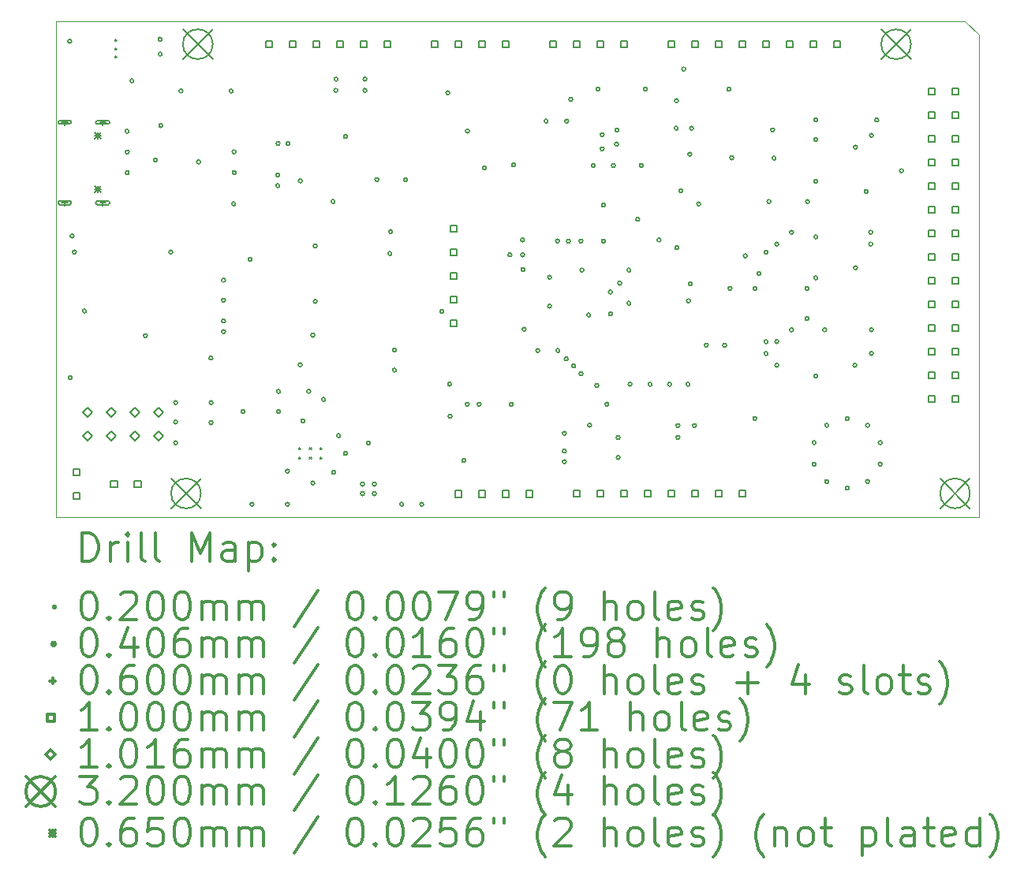
<source format=gbr>
%FSLAX45Y45*%
G04 Gerber Fmt 4.5, Leading zero omitted, Abs format (unit mm)*
G04 Created by KiCad (PCBNEW 5.1.10-88a1d61d58~90~ubuntu20.04.1) date 2021-10-17 22:22:10*
%MOMM*%
%LPD*%
G01*
G04 APERTURE LIST*
%TA.AperFunction,Profile*%
%ADD10C,0.100000*%
%TD*%
%ADD11C,0.200000*%
%ADD12C,0.300000*%
G04 APERTURE END LIST*
D10*
X9094000Y-11358000D02*
X9094000Y-6027000D01*
X18997000Y-11358000D02*
X9094000Y-11358000D01*
X18997000Y-6179000D02*
X18997000Y-11358000D01*
X18845000Y-6027000D02*
X18997000Y-6179000D01*
X9094000Y-6027000D02*
X18845000Y-6027000D01*
D11*
X9725000Y-6227100D02*
X9745000Y-6247100D01*
X9745000Y-6227100D02*
X9725000Y-6247100D01*
X9725000Y-6316000D02*
X9745000Y-6336000D01*
X9745000Y-6316000D02*
X9725000Y-6336000D01*
X9725000Y-6404900D02*
X9745000Y-6424900D01*
X9745000Y-6404900D02*
X9725000Y-6424900D01*
X11700200Y-10611400D02*
X11720200Y-10631400D01*
X11720200Y-10611400D02*
X11700200Y-10631400D01*
X11700200Y-10713000D02*
X11720200Y-10733000D01*
X11720200Y-10713000D02*
X11700200Y-10733000D01*
X11814500Y-10611400D02*
X11834500Y-10631400D01*
X11834500Y-10611400D02*
X11814500Y-10631400D01*
X11814500Y-10713000D02*
X11834500Y-10733000D01*
X11834500Y-10713000D02*
X11814500Y-10733000D01*
X11928800Y-10611400D02*
X11948800Y-10631400D01*
X11948800Y-10611400D02*
X11928800Y-10631400D01*
X11928800Y-10713000D02*
X11948800Y-10733000D01*
X11948800Y-10713000D02*
X11928800Y-10733000D01*
X9260371Y-6245440D02*
G75*
G03*
X9260371Y-6245440I-20320J0D01*
G01*
X9265820Y-9860147D02*
G75*
G03*
X9265820Y-9860147I-20320J0D01*
G01*
X9285770Y-8336700D02*
G75*
G03*
X9285770Y-8336700I-20320J0D01*
G01*
X9310820Y-8510148D02*
G75*
G03*
X9310820Y-8510148I-20320J0D01*
G01*
X9419120Y-9141850D02*
G75*
G03*
X9419120Y-9141850I-20320J0D01*
G01*
X9876320Y-7211450D02*
G75*
G03*
X9876320Y-7211450I-20320J0D01*
G01*
X9878020Y-7435150D02*
G75*
G03*
X9878020Y-7435150I-20320J0D01*
G01*
X9878020Y-7657150D02*
G75*
G03*
X9878020Y-7657150I-20320J0D01*
G01*
X9927120Y-6671397D02*
G75*
G03*
X9927120Y-6671397I-20320J0D01*
G01*
X10073170Y-9408550D02*
G75*
G03*
X10073170Y-9408550I-20320J0D01*
G01*
X10181120Y-7522600D02*
G75*
G03*
X10181120Y-7522600I-20320J0D01*
G01*
X10230160Y-6223920D02*
G75*
G03*
X10230160Y-6223920I-20320J0D01*
G01*
X10231920Y-6383500D02*
G75*
G03*
X10231920Y-6383500I-20320J0D01*
G01*
X10238320Y-7151030D02*
G75*
G03*
X10238320Y-7151030I-20320J0D01*
G01*
X10345820Y-8510148D02*
G75*
G03*
X10345820Y-8510148I-20320J0D01*
G01*
X10397020Y-10126100D02*
G75*
G03*
X10397020Y-10126100I-20320J0D01*
G01*
X10397020Y-10335650D02*
G75*
G03*
X10397020Y-10335650I-20320J0D01*
G01*
X10397020Y-10557900D02*
G75*
G03*
X10397020Y-10557900I-20320J0D01*
G01*
X10454120Y-6779602D02*
G75*
G03*
X10454120Y-6779602I-20320J0D01*
G01*
X10644720Y-7541650D02*
G75*
G03*
X10644720Y-7541650I-20320J0D01*
G01*
X10775821Y-9647671D02*
G75*
G03*
X10775821Y-9647671I-20320J0D01*
G01*
X10778020Y-10342000D02*
G75*
G03*
X10778020Y-10342000I-20320J0D01*
G01*
X10778020Y-10126100D02*
G75*
G03*
X10778020Y-10126100I-20320J0D01*
G01*
X10911370Y-8811650D02*
G75*
G03*
X10911370Y-8811650I-20320J0D01*
G01*
X10911370Y-9027550D02*
G75*
G03*
X10911370Y-9027550I-20320J0D01*
G01*
X10911370Y-9249800D02*
G75*
G03*
X10911370Y-9249800I-20320J0D01*
G01*
X10911370Y-9364100D02*
G75*
G03*
X10911370Y-9364100I-20320J0D01*
G01*
X10993920Y-6779649D02*
G75*
G03*
X10993920Y-6779649I-20320J0D01*
G01*
X11019320Y-7992500D02*
G75*
G03*
X11019320Y-7992500I-20320J0D01*
G01*
X11025670Y-7433700D02*
G75*
G03*
X11025670Y-7433700I-20320J0D01*
G01*
X11025670Y-7655950D02*
G75*
G03*
X11025670Y-7655950I-20320J0D01*
G01*
X11120920Y-10221350D02*
G75*
G03*
X11120920Y-10221350I-20320J0D01*
G01*
X11197120Y-8589400D02*
G75*
G03*
X11197120Y-8589400I-20320J0D01*
G01*
X11216170Y-11218300D02*
G75*
G03*
X11216170Y-11218300I-20320J0D01*
G01*
X11493072Y-7681350D02*
G75*
G03*
X11493072Y-7681350I-20320J0D01*
G01*
X11493072Y-7795650D02*
G75*
G03*
X11493072Y-7795650I-20320J0D01*
G01*
X11495570Y-7343400D02*
G75*
G03*
X11495570Y-7343400I-20320J0D01*
G01*
X11501920Y-10221350D02*
G75*
G03*
X11501920Y-10221350I-20320J0D01*
G01*
X11501921Y-10005450D02*
G75*
G03*
X11501921Y-10005450I-20320J0D01*
G01*
X11597170Y-10862700D02*
G75*
G03*
X11597170Y-10862700I-20320J0D01*
G01*
X11597170Y-11218300D02*
G75*
G03*
X11597170Y-11218300I-20320J0D01*
G01*
X11603520Y-7343400D02*
G75*
G03*
X11603520Y-7343400I-20320J0D01*
G01*
X11734220Y-9720950D02*
G75*
G03*
X11734220Y-9720950I-20320J0D01*
G01*
X11736870Y-7744850D02*
G75*
G03*
X11736870Y-7744850I-20320J0D01*
G01*
X11762270Y-10322950D02*
G75*
G03*
X11762270Y-10322950I-20320J0D01*
G01*
X11825670Y-10005400D02*
G75*
G03*
X11825670Y-10005400I-20320J0D01*
G01*
X11870219Y-10989339D02*
G75*
G03*
X11870219Y-10989339I-20320J0D01*
G01*
X11870220Y-9402200D02*
G75*
G03*
X11870220Y-9402200I-20320J0D01*
G01*
X11895620Y-8443350D02*
G75*
G03*
X11895620Y-8443350I-20320J0D01*
G01*
X11895620Y-9040251D02*
G75*
G03*
X11895620Y-9040251I-20320J0D01*
G01*
X11985120Y-10092121D02*
G75*
G03*
X11985120Y-10092121I-20320J0D01*
G01*
X12086119Y-7967100D02*
G75*
G03*
X12086119Y-7967100I-20320J0D01*
G01*
X12092470Y-10875400D02*
G75*
G03*
X12092470Y-10875400I-20320J0D01*
G01*
X12117870Y-6773300D02*
G75*
G03*
X12117870Y-6773300I-20320J0D01*
G01*
X12118970Y-6652650D02*
G75*
G03*
X12118970Y-6652650I-20320J0D01*
G01*
X12145449Y-10481700D02*
G75*
G03*
X12145449Y-10481700I-20320J0D01*
G01*
X12219470Y-7268600D02*
G75*
G03*
X12219470Y-7268600I-20320J0D01*
G01*
X12219470Y-10672200D02*
G75*
G03*
X12219470Y-10672200I-20320J0D01*
G01*
X12403620Y-11002400D02*
G75*
G03*
X12403620Y-11002400I-20320J0D01*
G01*
X12403620Y-11104000D02*
G75*
G03*
X12403620Y-11104000I-20320J0D01*
G01*
X12429020Y-6652650D02*
G75*
G03*
X12429020Y-6652650I-20320J0D01*
G01*
X12429020Y-6773300D02*
G75*
G03*
X12429020Y-6773300I-20320J0D01*
G01*
X12467120Y-10559352D02*
G75*
G03*
X12467120Y-10559352I-20320J0D01*
G01*
X12530620Y-11002400D02*
G75*
G03*
X12530620Y-11002400I-20320J0D01*
G01*
X12530620Y-11104000D02*
G75*
G03*
X12530620Y-11104000I-20320J0D01*
G01*
X12557170Y-7732151D02*
G75*
G03*
X12557170Y-7732151I-20320J0D01*
G01*
X12695418Y-8525900D02*
G75*
G03*
X12695418Y-8525900I-20320J0D01*
G01*
X12704322Y-8289350D02*
G75*
G03*
X12704322Y-8289350I-20320J0D01*
G01*
X12746520Y-9560950D02*
G75*
G03*
X12746520Y-9560950I-20320J0D01*
G01*
X12746520Y-9776850D02*
G75*
G03*
X12746520Y-9776850I-20320J0D01*
G01*
X12822720Y-11218300D02*
G75*
G03*
X12822720Y-11218300I-20320J0D01*
G01*
X12864670Y-7732150D02*
G75*
G03*
X12864670Y-7732150I-20320J0D01*
G01*
X13038620Y-11218300D02*
G75*
G03*
X13038620Y-11218300I-20320J0D01*
G01*
X13254520Y-9148200D02*
G75*
G03*
X13254520Y-9148200I-20320J0D01*
G01*
X13318020Y-6798700D02*
G75*
G03*
X13318020Y-6798700I-20320J0D01*
G01*
X13337070Y-9927796D02*
G75*
G03*
X13337070Y-9927796I-20320J0D01*
G01*
X13343620Y-10272700D02*
G75*
G03*
X13343620Y-10272700I-20320J0D01*
G01*
X13489470Y-10748400D02*
G75*
G03*
X13489470Y-10748400I-20320J0D01*
G01*
X13527522Y-10145200D02*
G75*
G03*
X13527522Y-10145200I-20320J0D01*
G01*
X13529820Y-7209850D02*
G75*
G03*
X13529820Y-7209850I-20320J0D01*
G01*
X13654570Y-10145150D02*
G75*
G03*
X13654570Y-10145150I-20320J0D01*
G01*
X13711720Y-7605150D02*
G75*
G03*
X13711720Y-7605150I-20320J0D01*
G01*
X13984770Y-8538600D02*
G75*
G03*
X13984770Y-8538600I-20320J0D01*
G01*
X14000889Y-10145150D02*
G75*
G03*
X14000889Y-10145150I-20320J0D01*
G01*
X14022920Y-7573450D02*
G75*
G03*
X14022920Y-7573450I-20320J0D01*
G01*
X14120750Y-8379900D02*
G75*
G03*
X14120750Y-8379900I-20320J0D01*
G01*
X14121580Y-8539900D02*
G75*
G03*
X14121580Y-8539900I-20320J0D01*
G01*
X14124470Y-8697350D02*
G75*
G03*
X14124470Y-8697350I-20320J0D01*
G01*
X14137170Y-9338700D02*
G75*
G03*
X14137170Y-9338700I-20320J0D01*
G01*
X14283220Y-9567300D02*
G75*
G03*
X14283220Y-9567300I-20320J0D01*
G01*
X14372120Y-7103500D02*
G75*
G03*
X14372120Y-7103500I-20320J0D01*
G01*
X14410220Y-8779900D02*
G75*
G03*
X14410220Y-8779900I-20320J0D01*
G01*
X14410220Y-9091050D02*
G75*
G03*
X14410220Y-9091050I-20320J0D01*
G01*
X14495476Y-8390070D02*
G75*
G03*
X14495476Y-8390070I-20320J0D01*
G01*
X14499119Y-9567300D02*
G75*
G03*
X14499119Y-9567300I-20320J0D01*
G01*
X14568970Y-10456300D02*
G75*
G03*
X14568970Y-10456300I-20320J0D01*
G01*
X14568970Y-10646800D02*
G75*
G03*
X14568970Y-10646800I-20320J0D01*
G01*
X14568970Y-10761100D02*
G75*
G03*
X14568970Y-10761100I-20320J0D01*
G01*
X14589320Y-9656200D02*
G75*
G03*
X14589320Y-9656200I-20320J0D01*
G01*
X14594208Y-7103662D02*
G75*
G03*
X14594208Y-7103662I-20320J0D01*
G01*
X14613420Y-8392550D02*
G75*
G03*
X14613420Y-8392550I-20320J0D01*
G01*
X14638820Y-6868550D02*
G75*
G03*
X14638820Y-6868550I-20320J0D01*
G01*
X14669320Y-9732400D02*
G75*
G03*
X14669320Y-9732400I-20320J0D01*
G01*
X14746409Y-8392550D02*
G75*
G03*
X14746409Y-8392550I-20320J0D01*
G01*
X14749320Y-9814950D02*
G75*
G03*
X14749320Y-9814950I-20320J0D01*
G01*
X14759470Y-8703700D02*
G75*
G03*
X14759470Y-8703700I-20320J0D01*
G01*
X14829320Y-9186300D02*
G75*
G03*
X14829320Y-9186300I-20320J0D01*
G01*
X14840220Y-10369200D02*
G75*
G03*
X14840220Y-10369200I-20320J0D01*
G01*
X14880120Y-7579750D02*
G75*
G03*
X14880120Y-7579750I-20320J0D01*
G01*
X14918220Y-9941950D02*
G75*
G03*
X14918220Y-9941950I-20320J0D01*
G01*
X14930918Y-6760600D02*
G75*
G03*
X14930918Y-6760600I-20320J0D01*
G01*
X14975370Y-7249550D02*
G75*
G03*
X14975370Y-7249550I-20320J0D01*
G01*
X14975370Y-7401950D02*
G75*
G03*
X14975370Y-7401950I-20320J0D01*
G01*
X14988070Y-8392550D02*
G75*
G03*
X14988070Y-8392550I-20320J0D01*
G01*
X14988070Y-8005200D02*
G75*
G03*
X14988070Y-8005200I-20320J0D01*
G01*
X15025041Y-10143697D02*
G75*
G03*
X15025041Y-10143697I-20320J0D01*
G01*
X15064270Y-8938650D02*
G75*
G03*
X15064270Y-8938650I-20320J0D01*
G01*
X15064270Y-9173600D02*
G75*
G03*
X15064270Y-9173600I-20320J0D01*
G01*
X15096020Y-7579750D02*
G75*
G03*
X15096020Y-7579750I-20320J0D01*
G01*
X15130240Y-7350350D02*
G75*
G03*
X15130240Y-7350350I-20320J0D01*
G01*
X15134120Y-7198750D02*
G75*
G03*
X15134120Y-7198750I-20320J0D01*
G01*
X15146820Y-10500750D02*
G75*
G03*
X15146820Y-10500750I-20320J0D01*
G01*
X15146820Y-10716650D02*
G75*
G03*
X15146820Y-10716650I-20320J0D01*
G01*
X15162426Y-8843694D02*
G75*
G03*
X15162426Y-8843694I-20320J0D01*
G01*
X15261120Y-8703700D02*
G75*
G03*
X15261120Y-8703700I-20320J0D01*
G01*
X15261120Y-9059300D02*
G75*
G03*
X15261120Y-9059300I-20320J0D01*
G01*
X15273820Y-9929250D02*
G75*
G03*
X15273820Y-9929250I-20320J0D01*
G01*
X15356370Y-8157600D02*
G75*
G03*
X15356370Y-8157600I-20320J0D01*
G01*
X15394470Y-7579750D02*
G75*
G03*
X15394470Y-7579750I-20320J0D01*
G01*
X15438920Y-6760600D02*
G75*
G03*
X15438920Y-6760600I-20320J0D01*
G01*
X15489720Y-9929250D02*
G75*
G03*
X15489720Y-9929250I-20320J0D01*
G01*
X15584970Y-8379850D02*
G75*
G03*
X15584970Y-8379850I-20320J0D01*
G01*
X15699270Y-9929249D02*
G75*
G03*
X15699270Y-9929249I-20320J0D01*
G01*
X15769282Y-7179862D02*
G75*
G03*
X15769282Y-7179862I-20320J0D01*
G01*
X15772900Y-6884143D02*
G75*
G03*
X15772900Y-6884143I-20320J0D01*
G01*
X15775470Y-8462400D02*
G75*
G03*
X15775470Y-8462400I-20320J0D01*
G01*
X15788170Y-10373750D02*
G75*
G03*
X15788170Y-10373750I-20320J0D01*
G01*
X15788170Y-10500750D02*
G75*
G03*
X15788170Y-10500750I-20320J0D01*
G01*
X15819920Y-7852800D02*
G75*
G03*
X15819920Y-7852800I-20320J0D01*
G01*
X15851670Y-6544700D02*
G75*
G03*
X15851670Y-6544700I-20320J0D01*
G01*
X15896120Y-9929250D02*
G75*
G03*
X15896120Y-9929250I-20320J0D01*
G01*
X15902470Y-9033900D02*
G75*
G03*
X15902470Y-9033900I-20320J0D01*
G01*
X15915170Y-7459822D02*
G75*
G03*
X15915170Y-7459822I-20320J0D01*
G01*
X15921520Y-8849750D02*
G75*
G03*
X15921520Y-8849750I-20320J0D01*
G01*
X15934220Y-7179700D02*
G75*
G03*
X15934220Y-7179700I-20320J0D01*
G01*
X15965970Y-10373750D02*
G75*
G03*
X15965970Y-10373750I-20320J0D01*
G01*
X16010420Y-7992500D02*
G75*
G03*
X16010420Y-7992500I-20320J0D01*
G01*
X16092920Y-9510199D02*
G75*
G03*
X16092920Y-9510199I-20320J0D01*
G01*
X16289820Y-9510150D02*
G75*
G03*
X16289820Y-9510150I-20320J0D01*
G01*
X16334270Y-6760600D02*
G75*
G03*
X16334270Y-6760600I-20320J0D01*
G01*
X16346970Y-8900550D02*
G75*
G03*
X16346970Y-8900550I-20320J0D01*
G01*
X16366019Y-7497200D02*
G75*
G03*
X16366019Y-7497200I-20320J0D01*
G01*
X16512220Y-8551300D02*
G75*
G03*
X16512220Y-8551300I-20320J0D01*
G01*
X16613670Y-10296641D02*
G75*
G03*
X16613670Y-10296641I-20320J0D01*
G01*
X16615020Y-8900550D02*
G75*
G03*
X16615020Y-8900550I-20320J0D01*
G01*
X16657759Y-8738678D02*
G75*
G03*
X16657759Y-8738678I-20320J0D01*
G01*
X16734320Y-8512839D02*
G75*
G03*
X16734320Y-8512839I-20320J0D01*
G01*
X16734320Y-9472050D02*
G75*
G03*
X16734320Y-9472050I-20320J0D01*
G01*
X16734320Y-9599050D02*
G75*
G03*
X16734320Y-9599050I-20320J0D01*
G01*
X16766070Y-7967100D02*
G75*
G03*
X16766070Y-7967100I-20320J0D01*
G01*
X16804170Y-7198750D02*
G75*
G03*
X16804170Y-7198750I-20320J0D01*
G01*
X16819220Y-7501250D02*
G75*
G03*
X16819220Y-7501250I-20320J0D01*
G01*
X16848620Y-9726050D02*
G75*
G03*
X16848620Y-9726050I-20320J0D01*
G01*
X16848620Y-8424300D02*
G75*
G03*
X16848620Y-8424300I-20320J0D01*
G01*
X16848621Y-9472050D02*
G75*
G03*
X16848621Y-9472050I-20320J0D01*
G01*
X17007220Y-8297300D02*
G75*
G03*
X17007220Y-8297300I-20320J0D01*
G01*
X17007220Y-9345050D02*
G75*
G03*
X17007220Y-9345050I-20320J0D01*
G01*
X17172470Y-8900550D02*
G75*
G03*
X17172470Y-8900550I-20320J0D01*
G01*
X17172470Y-9224400D02*
G75*
G03*
X17172470Y-9224400I-20320J0D01*
G01*
X17178820Y-7967100D02*
G75*
G03*
X17178820Y-7967100I-20320J0D01*
G01*
X17249528Y-10556921D02*
G75*
G03*
X17249528Y-10556921I-20320J0D01*
G01*
X17249528Y-10787479D02*
G75*
G03*
X17249528Y-10787479I-20320J0D01*
G01*
X17267720Y-7090800D02*
G75*
G03*
X17267720Y-7090800I-20320J0D01*
G01*
X17267720Y-7300350D02*
G75*
G03*
X17267720Y-7300350I-20320J0D01*
G01*
X17267720Y-7751200D02*
G75*
G03*
X17267720Y-7751200I-20320J0D01*
G01*
X17267720Y-8347739D02*
G75*
G03*
X17267720Y-8347739I-20320J0D01*
G01*
X17267720Y-8786250D02*
G75*
G03*
X17267720Y-8786250I-20320J0D01*
G01*
X17267720Y-9840350D02*
G75*
G03*
X17267720Y-9840350I-20320J0D01*
G01*
X17362970Y-9345051D02*
G75*
G03*
X17362970Y-9345051I-20320J0D01*
G01*
X17385047Y-10370396D02*
G75*
G03*
X17385047Y-10370396I-20320J0D01*
G01*
X17385047Y-10974004D02*
G75*
G03*
X17385047Y-10974004I-20320J0D01*
G01*
X17604320Y-10299150D02*
G75*
G03*
X17604320Y-10299150I-20320J0D01*
G01*
X17604320Y-11045250D02*
G75*
G03*
X17604320Y-11045250I-20320J0D01*
G01*
X17686820Y-9726050D02*
G75*
G03*
X17686820Y-9726050I-20320J0D01*
G01*
X17693170Y-7382900D02*
G75*
G03*
X17693170Y-7382900I-20320J0D01*
G01*
X17693170Y-8678300D02*
G75*
G03*
X17693170Y-8678300I-20320J0D01*
G01*
X17807470Y-7859150D02*
G75*
G03*
X17807470Y-7859150I-20320J0D01*
G01*
X17823593Y-10370396D02*
G75*
G03*
X17823593Y-10370396I-20320J0D01*
G01*
X17823593Y-10974004D02*
G75*
G03*
X17823593Y-10974004I-20320J0D01*
G01*
X17858270Y-8297300D02*
G75*
G03*
X17858270Y-8297300I-20320J0D01*
G01*
X17858270Y-8424300D02*
G75*
G03*
X17858270Y-8424300I-20320J0D01*
G01*
X17864620Y-7255900D02*
G75*
G03*
X17864620Y-7255900I-20320J0D01*
G01*
X17864620Y-9345050D02*
G75*
G03*
X17864620Y-9345050I-20320J0D01*
G01*
X17864620Y-9599050D02*
G75*
G03*
X17864620Y-9599050I-20320J0D01*
G01*
X17921771Y-7090800D02*
G75*
G03*
X17921771Y-7090800I-20320J0D01*
G01*
X17959112Y-10556921D02*
G75*
G03*
X17959112Y-10556921I-20320J0D01*
G01*
X17959112Y-10787479D02*
G75*
G03*
X17959112Y-10787479I-20320J0D01*
G01*
X18188470Y-7636900D02*
G75*
G03*
X18188470Y-7636900I-20320J0D01*
G01*
X9186500Y-7086000D02*
X9186500Y-7146000D01*
X9156500Y-7116000D02*
X9216500Y-7116000D01*
X9236500Y-7096000D02*
X9136500Y-7096000D01*
X9236500Y-7136000D02*
X9136500Y-7136000D01*
X9136500Y-7096000D02*
G75*
G03*
X9136500Y-7136000I0J-20000D01*
G01*
X9236500Y-7136000D02*
G75*
G03*
X9236500Y-7096000I0J20000D01*
G01*
X9186500Y-7950000D02*
X9186500Y-8010000D01*
X9156500Y-7980000D02*
X9216500Y-7980000D01*
X9236500Y-7960000D02*
X9136500Y-7960000D01*
X9236500Y-8000000D02*
X9136500Y-8000000D01*
X9136500Y-7960000D02*
G75*
G03*
X9136500Y-8000000I0J-20000D01*
G01*
X9236500Y-8000000D02*
G75*
G03*
X9236500Y-7960000I0J20000D01*
G01*
X9594500Y-7086000D02*
X9594500Y-7146000D01*
X9564500Y-7116000D02*
X9624500Y-7116000D01*
X9649500Y-7096000D02*
X9539500Y-7096000D01*
X9649500Y-7136000D02*
X9539500Y-7136000D01*
X9539500Y-7096000D02*
G75*
G03*
X9539500Y-7136000I0J-20000D01*
G01*
X9649500Y-7136000D02*
G75*
G03*
X9649500Y-7096000I0J20000D01*
G01*
X9594500Y-7950000D02*
X9594500Y-8010000D01*
X9564500Y-7980000D02*
X9624500Y-7980000D01*
X9649500Y-7960000D02*
X9539500Y-7960000D01*
X9649500Y-8000000D02*
X9539500Y-8000000D01*
X9539500Y-7960000D02*
G75*
G03*
X9539500Y-8000000I0J-20000D01*
G01*
X9649500Y-8000000D02*
G75*
G03*
X9649500Y-7960000I0J20000D01*
G01*
X9351606Y-10910756D02*
X9351606Y-10840044D01*
X9280894Y-10840044D01*
X9280894Y-10910756D01*
X9351606Y-10910756D01*
X9351606Y-11164756D02*
X9351606Y-11094044D01*
X9280894Y-11094044D01*
X9280894Y-11164756D01*
X9351606Y-11164756D01*
X9751656Y-11037756D02*
X9751656Y-10967044D01*
X9680944Y-10967044D01*
X9680944Y-11037756D01*
X9751656Y-11037756D01*
X10005656Y-11037756D02*
X10005656Y-10967044D01*
X9934944Y-10967044D01*
X9934944Y-11037756D01*
X10005656Y-11037756D01*
X11415356Y-6313356D02*
X11415356Y-6242644D01*
X11344644Y-6242644D01*
X11344644Y-6313356D01*
X11415356Y-6313356D01*
X11669356Y-6313356D02*
X11669356Y-6242644D01*
X11598644Y-6242644D01*
X11598644Y-6313356D01*
X11669356Y-6313356D01*
X11923356Y-6313356D02*
X11923356Y-6242644D01*
X11852644Y-6242644D01*
X11852644Y-6313356D01*
X11923356Y-6313356D01*
X12177356Y-6313356D02*
X12177356Y-6242644D01*
X12106644Y-6242644D01*
X12106644Y-6313356D01*
X12177356Y-6313356D01*
X12431356Y-6313356D02*
X12431356Y-6242644D01*
X12360644Y-6242644D01*
X12360644Y-6313356D01*
X12431356Y-6313356D01*
X12685356Y-6313356D02*
X12685356Y-6242644D01*
X12614644Y-6242644D01*
X12614644Y-6313356D01*
X12685356Y-6313356D01*
X13193356Y-6313356D02*
X13193356Y-6242644D01*
X13122644Y-6242644D01*
X13122644Y-6313356D01*
X13193356Y-6313356D01*
X13396556Y-8294556D02*
X13396556Y-8223844D01*
X13325844Y-8223844D01*
X13325844Y-8294556D01*
X13396556Y-8294556D01*
X13396556Y-8548556D02*
X13396556Y-8477844D01*
X13325844Y-8477844D01*
X13325844Y-8548556D01*
X13396556Y-8548556D01*
X13396556Y-8802556D02*
X13396556Y-8731844D01*
X13325844Y-8731844D01*
X13325844Y-8802556D01*
X13396556Y-8802556D01*
X13396556Y-9056556D02*
X13396556Y-8985844D01*
X13325844Y-8985844D01*
X13325844Y-9056556D01*
X13396556Y-9056556D01*
X13396556Y-9310556D02*
X13396556Y-9239844D01*
X13325844Y-9239844D01*
X13325844Y-9310556D01*
X13396556Y-9310556D01*
X13447356Y-6313356D02*
X13447356Y-6242644D01*
X13376644Y-6242644D01*
X13376644Y-6313356D01*
X13447356Y-6313356D01*
X13447356Y-11142756D02*
X13447356Y-11072044D01*
X13376644Y-11072044D01*
X13376644Y-11142756D01*
X13447356Y-11142756D01*
X13701356Y-6313356D02*
X13701356Y-6242644D01*
X13630644Y-6242644D01*
X13630644Y-6313356D01*
X13701356Y-6313356D01*
X13701356Y-11142756D02*
X13701356Y-11072044D01*
X13630644Y-11072044D01*
X13630644Y-11142756D01*
X13701356Y-11142756D01*
X13955356Y-6313356D02*
X13955356Y-6242644D01*
X13884644Y-6242644D01*
X13884644Y-6313356D01*
X13955356Y-6313356D01*
X13955356Y-11142756D02*
X13955356Y-11072044D01*
X13884644Y-11072044D01*
X13884644Y-11142756D01*
X13955356Y-11142756D01*
X14209356Y-11142756D02*
X14209356Y-11072044D01*
X14138644Y-11072044D01*
X14138644Y-11142756D01*
X14209356Y-11142756D01*
X14463356Y-6313356D02*
X14463356Y-6242644D01*
X14392644Y-6242644D01*
X14392644Y-6313356D01*
X14463356Y-6313356D01*
X14717356Y-6313356D02*
X14717356Y-6242644D01*
X14646644Y-6242644D01*
X14646644Y-6313356D01*
X14717356Y-6313356D01*
X14717356Y-11139356D02*
X14717356Y-11068644D01*
X14646644Y-11068644D01*
X14646644Y-11139356D01*
X14717356Y-11139356D01*
X14971356Y-6313356D02*
X14971356Y-6242644D01*
X14900644Y-6242644D01*
X14900644Y-6313356D01*
X14971356Y-6313356D01*
X14971356Y-11139356D02*
X14971356Y-11068644D01*
X14900644Y-11068644D01*
X14900644Y-11139356D01*
X14971356Y-11139356D01*
X15225356Y-6313356D02*
X15225356Y-6242644D01*
X15154644Y-6242644D01*
X15154644Y-6313356D01*
X15225356Y-6313356D01*
X15225356Y-11139356D02*
X15225356Y-11068644D01*
X15154644Y-11068644D01*
X15154644Y-11139356D01*
X15225356Y-11139356D01*
X15479356Y-11139356D02*
X15479356Y-11068644D01*
X15408644Y-11068644D01*
X15408644Y-11139356D01*
X15479356Y-11139356D01*
X15733356Y-6313356D02*
X15733356Y-6242644D01*
X15662644Y-6242644D01*
X15662644Y-6313356D01*
X15733356Y-6313356D01*
X15733356Y-11139356D02*
X15733356Y-11068644D01*
X15662644Y-11068644D01*
X15662644Y-11139356D01*
X15733356Y-11139356D01*
X15987356Y-6313356D02*
X15987356Y-6242644D01*
X15916644Y-6242644D01*
X15916644Y-6313356D01*
X15987356Y-6313356D01*
X15987356Y-11139356D02*
X15987356Y-11068644D01*
X15916644Y-11068644D01*
X15916644Y-11139356D01*
X15987356Y-11139356D01*
X16241356Y-6313356D02*
X16241356Y-6242644D01*
X16170644Y-6242644D01*
X16170644Y-6313356D01*
X16241356Y-6313356D01*
X16241356Y-11139356D02*
X16241356Y-11068644D01*
X16170644Y-11068644D01*
X16170644Y-11139356D01*
X16241356Y-11139356D01*
X16495356Y-6313356D02*
X16495356Y-6242644D01*
X16424644Y-6242644D01*
X16424644Y-6313356D01*
X16495356Y-6313356D01*
X16495356Y-11139356D02*
X16495356Y-11068644D01*
X16424644Y-11068644D01*
X16424644Y-11139356D01*
X16495356Y-11139356D01*
X16749356Y-6313356D02*
X16749356Y-6242644D01*
X16678644Y-6242644D01*
X16678644Y-6313356D01*
X16749356Y-6313356D01*
X17003356Y-6313356D02*
X17003356Y-6242644D01*
X16932644Y-6242644D01*
X16932644Y-6313356D01*
X17003356Y-6313356D01*
X17257356Y-6313356D02*
X17257356Y-6242644D01*
X17186644Y-6242644D01*
X17186644Y-6313356D01*
X17257356Y-6313356D01*
X17511356Y-6313356D02*
X17511356Y-6242644D01*
X17440644Y-6242644D01*
X17440644Y-6313356D01*
X17511356Y-6313356D01*
X18527356Y-6821356D02*
X18527356Y-6750644D01*
X18456644Y-6750644D01*
X18456644Y-6821356D01*
X18527356Y-6821356D01*
X18527356Y-7075356D02*
X18527356Y-7004644D01*
X18456644Y-7004644D01*
X18456644Y-7075356D01*
X18527356Y-7075356D01*
X18527356Y-7329356D02*
X18527356Y-7258644D01*
X18456644Y-7258644D01*
X18456644Y-7329356D01*
X18527356Y-7329356D01*
X18527356Y-7583356D02*
X18527356Y-7512644D01*
X18456644Y-7512644D01*
X18456644Y-7583356D01*
X18527356Y-7583356D01*
X18527356Y-7837356D02*
X18527356Y-7766644D01*
X18456644Y-7766644D01*
X18456644Y-7837356D01*
X18527356Y-7837356D01*
X18527356Y-8091356D02*
X18527356Y-8020644D01*
X18456644Y-8020644D01*
X18456644Y-8091356D01*
X18527356Y-8091356D01*
X18527356Y-8345356D02*
X18527356Y-8274644D01*
X18456644Y-8274644D01*
X18456644Y-8345356D01*
X18527356Y-8345356D01*
X18527356Y-8599356D02*
X18527356Y-8528644D01*
X18456644Y-8528644D01*
X18456644Y-8599356D01*
X18527356Y-8599356D01*
X18527356Y-8853356D02*
X18527356Y-8782644D01*
X18456644Y-8782644D01*
X18456644Y-8853356D01*
X18527356Y-8853356D01*
X18527356Y-9107356D02*
X18527356Y-9036644D01*
X18456644Y-9036644D01*
X18456644Y-9107356D01*
X18527356Y-9107356D01*
X18527356Y-9361356D02*
X18527356Y-9290644D01*
X18456644Y-9290644D01*
X18456644Y-9361356D01*
X18527356Y-9361356D01*
X18527356Y-9615356D02*
X18527356Y-9544644D01*
X18456644Y-9544644D01*
X18456644Y-9615356D01*
X18527356Y-9615356D01*
X18527356Y-9869356D02*
X18527356Y-9798644D01*
X18456644Y-9798644D01*
X18456644Y-9869356D01*
X18527356Y-9869356D01*
X18527356Y-10123356D02*
X18527356Y-10052644D01*
X18456644Y-10052644D01*
X18456644Y-10123356D01*
X18527356Y-10123356D01*
X18781356Y-6821356D02*
X18781356Y-6750644D01*
X18710644Y-6750644D01*
X18710644Y-6821356D01*
X18781356Y-6821356D01*
X18781356Y-7075356D02*
X18781356Y-7004644D01*
X18710644Y-7004644D01*
X18710644Y-7075356D01*
X18781356Y-7075356D01*
X18781356Y-7329356D02*
X18781356Y-7258644D01*
X18710644Y-7258644D01*
X18710644Y-7329356D01*
X18781356Y-7329356D01*
X18781356Y-7583356D02*
X18781356Y-7512644D01*
X18710644Y-7512644D01*
X18710644Y-7583356D01*
X18781356Y-7583356D01*
X18781356Y-7837356D02*
X18781356Y-7766644D01*
X18710644Y-7766644D01*
X18710644Y-7837356D01*
X18781356Y-7837356D01*
X18781356Y-8091356D02*
X18781356Y-8020644D01*
X18710644Y-8020644D01*
X18710644Y-8091356D01*
X18781356Y-8091356D01*
X18781356Y-8345356D02*
X18781356Y-8274644D01*
X18710644Y-8274644D01*
X18710644Y-8345356D01*
X18781356Y-8345356D01*
X18781356Y-8599356D02*
X18781356Y-8528644D01*
X18710644Y-8528644D01*
X18710644Y-8599356D01*
X18781356Y-8599356D01*
X18781356Y-8853356D02*
X18781356Y-8782644D01*
X18710644Y-8782644D01*
X18710644Y-8853356D01*
X18781356Y-8853356D01*
X18781356Y-9107356D02*
X18781356Y-9036644D01*
X18710644Y-9036644D01*
X18710644Y-9107356D01*
X18781356Y-9107356D01*
X18781356Y-9361356D02*
X18781356Y-9290644D01*
X18710644Y-9290644D01*
X18710644Y-9361356D01*
X18781356Y-9361356D01*
X18781356Y-9615356D02*
X18781356Y-9544644D01*
X18710644Y-9544644D01*
X18710644Y-9615356D01*
X18781356Y-9615356D01*
X18781356Y-9869356D02*
X18781356Y-9798644D01*
X18710644Y-9798644D01*
X18710644Y-9869356D01*
X18781356Y-9869356D01*
X18781356Y-10123356D02*
X18781356Y-10052644D01*
X18710644Y-10052644D01*
X18710644Y-10123356D01*
X18781356Y-10123356D01*
X9430550Y-10278500D02*
X9481350Y-10227700D01*
X9430550Y-10176900D01*
X9379750Y-10227700D01*
X9430550Y-10278500D01*
X9430550Y-10532500D02*
X9481350Y-10481700D01*
X9430550Y-10430900D01*
X9379750Y-10481700D01*
X9430550Y-10532500D01*
X9684550Y-10278500D02*
X9735350Y-10227700D01*
X9684550Y-10176900D01*
X9633750Y-10227700D01*
X9684550Y-10278500D01*
X9684550Y-10532500D02*
X9735350Y-10481700D01*
X9684550Y-10430900D01*
X9633750Y-10481700D01*
X9684550Y-10532500D01*
X9938550Y-10278500D02*
X9989350Y-10227700D01*
X9938550Y-10176900D01*
X9887750Y-10227700D01*
X9938550Y-10278500D01*
X9938550Y-10532500D02*
X9989350Y-10481700D01*
X9938550Y-10430900D01*
X9887750Y-10481700D01*
X9938550Y-10532500D01*
X10192550Y-10278500D02*
X10243350Y-10227700D01*
X10192550Y-10176900D01*
X10141750Y-10227700D01*
X10192550Y-10278500D01*
X10192550Y-10532500D02*
X10243350Y-10481700D01*
X10192550Y-10430900D01*
X10141750Y-10481700D01*
X10192550Y-10532500D01*
X10328000Y-10942000D02*
X10648000Y-11262000D01*
X10648000Y-10942000D02*
X10328000Y-11262000D01*
X10648000Y-11102000D02*
G75*
G03*
X10648000Y-11102000I-160000J0D01*
G01*
X10455000Y-6117000D02*
X10775000Y-6437000D01*
X10775000Y-6117000D02*
X10455000Y-6437000D01*
X10775000Y-6277000D02*
G75*
G03*
X10775000Y-6277000I-160000J0D01*
G01*
X17949000Y-6118000D02*
X18269000Y-6438000D01*
X18269000Y-6118000D02*
X17949000Y-6438000D01*
X18269000Y-6278000D02*
G75*
G03*
X18269000Y-6278000I-160000J0D01*
G01*
X18582000Y-10941000D02*
X18902000Y-11261000D01*
X18902000Y-10941000D02*
X18582000Y-11261000D01*
X18902000Y-11101000D02*
G75*
G03*
X18902000Y-11101000I-160000J0D01*
G01*
X9512000Y-7226500D02*
X9577000Y-7291500D01*
X9577000Y-7226500D02*
X9512000Y-7291500D01*
X9544500Y-7226500D02*
X9544500Y-7291500D01*
X9512000Y-7259000D02*
X9577000Y-7259000D01*
X9512000Y-7804500D02*
X9577000Y-7869500D01*
X9577000Y-7804500D02*
X9512000Y-7869500D01*
X9544500Y-7804500D02*
X9544500Y-7869500D01*
X9512000Y-7837000D02*
X9577000Y-7837000D01*
D12*
X9375428Y-11828714D02*
X9375428Y-11528714D01*
X9446857Y-11528714D01*
X9489714Y-11543000D01*
X9518286Y-11571571D01*
X9532571Y-11600143D01*
X9546857Y-11657286D01*
X9546857Y-11700143D01*
X9532571Y-11757286D01*
X9518286Y-11785857D01*
X9489714Y-11814429D01*
X9446857Y-11828714D01*
X9375428Y-11828714D01*
X9675428Y-11828714D02*
X9675428Y-11628714D01*
X9675428Y-11685857D02*
X9689714Y-11657286D01*
X9704000Y-11643000D01*
X9732571Y-11628714D01*
X9761143Y-11628714D01*
X9861143Y-11828714D02*
X9861143Y-11628714D01*
X9861143Y-11528714D02*
X9846857Y-11543000D01*
X9861143Y-11557286D01*
X9875428Y-11543000D01*
X9861143Y-11528714D01*
X9861143Y-11557286D01*
X10046857Y-11828714D02*
X10018286Y-11814429D01*
X10004000Y-11785857D01*
X10004000Y-11528714D01*
X10204000Y-11828714D02*
X10175428Y-11814429D01*
X10161143Y-11785857D01*
X10161143Y-11528714D01*
X10546857Y-11828714D02*
X10546857Y-11528714D01*
X10646857Y-11743000D01*
X10746857Y-11528714D01*
X10746857Y-11828714D01*
X11018286Y-11828714D02*
X11018286Y-11671571D01*
X11004000Y-11643000D01*
X10975428Y-11628714D01*
X10918286Y-11628714D01*
X10889714Y-11643000D01*
X11018286Y-11814429D02*
X10989714Y-11828714D01*
X10918286Y-11828714D01*
X10889714Y-11814429D01*
X10875428Y-11785857D01*
X10875428Y-11757286D01*
X10889714Y-11728714D01*
X10918286Y-11714429D01*
X10989714Y-11714429D01*
X11018286Y-11700143D01*
X11161143Y-11628714D02*
X11161143Y-11928714D01*
X11161143Y-11643000D02*
X11189714Y-11628714D01*
X11246857Y-11628714D01*
X11275428Y-11643000D01*
X11289714Y-11657286D01*
X11304000Y-11685857D01*
X11304000Y-11771571D01*
X11289714Y-11800143D01*
X11275428Y-11814429D01*
X11246857Y-11828714D01*
X11189714Y-11828714D01*
X11161143Y-11814429D01*
X11432571Y-11800143D02*
X11446857Y-11814429D01*
X11432571Y-11828714D01*
X11418286Y-11814429D01*
X11432571Y-11800143D01*
X11432571Y-11828714D01*
X11432571Y-11643000D02*
X11446857Y-11657286D01*
X11432571Y-11671571D01*
X11418286Y-11657286D01*
X11432571Y-11643000D01*
X11432571Y-11671571D01*
X9069000Y-12313000D02*
X9089000Y-12333000D01*
X9089000Y-12313000D02*
X9069000Y-12333000D01*
X9432571Y-12158714D02*
X9461143Y-12158714D01*
X9489714Y-12173000D01*
X9504000Y-12187286D01*
X9518286Y-12215857D01*
X9532571Y-12273000D01*
X9532571Y-12344429D01*
X9518286Y-12401571D01*
X9504000Y-12430143D01*
X9489714Y-12444429D01*
X9461143Y-12458714D01*
X9432571Y-12458714D01*
X9404000Y-12444429D01*
X9389714Y-12430143D01*
X9375428Y-12401571D01*
X9361143Y-12344429D01*
X9361143Y-12273000D01*
X9375428Y-12215857D01*
X9389714Y-12187286D01*
X9404000Y-12173000D01*
X9432571Y-12158714D01*
X9661143Y-12430143D02*
X9675428Y-12444429D01*
X9661143Y-12458714D01*
X9646857Y-12444429D01*
X9661143Y-12430143D01*
X9661143Y-12458714D01*
X9789714Y-12187286D02*
X9804000Y-12173000D01*
X9832571Y-12158714D01*
X9904000Y-12158714D01*
X9932571Y-12173000D01*
X9946857Y-12187286D01*
X9961143Y-12215857D01*
X9961143Y-12244429D01*
X9946857Y-12287286D01*
X9775428Y-12458714D01*
X9961143Y-12458714D01*
X10146857Y-12158714D02*
X10175428Y-12158714D01*
X10204000Y-12173000D01*
X10218286Y-12187286D01*
X10232571Y-12215857D01*
X10246857Y-12273000D01*
X10246857Y-12344429D01*
X10232571Y-12401571D01*
X10218286Y-12430143D01*
X10204000Y-12444429D01*
X10175428Y-12458714D01*
X10146857Y-12458714D01*
X10118286Y-12444429D01*
X10104000Y-12430143D01*
X10089714Y-12401571D01*
X10075428Y-12344429D01*
X10075428Y-12273000D01*
X10089714Y-12215857D01*
X10104000Y-12187286D01*
X10118286Y-12173000D01*
X10146857Y-12158714D01*
X10432571Y-12158714D02*
X10461143Y-12158714D01*
X10489714Y-12173000D01*
X10504000Y-12187286D01*
X10518286Y-12215857D01*
X10532571Y-12273000D01*
X10532571Y-12344429D01*
X10518286Y-12401571D01*
X10504000Y-12430143D01*
X10489714Y-12444429D01*
X10461143Y-12458714D01*
X10432571Y-12458714D01*
X10404000Y-12444429D01*
X10389714Y-12430143D01*
X10375428Y-12401571D01*
X10361143Y-12344429D01*
X10361143Y-12273000D01*
X10375428Y-12215857D01*
X10389714Y-12187286D01*
X10404000Y-12173000D01*
X10432571Y-12158714D01*
X10661143Y-12458714D02*
X10661143Y-12258714D01*
X10661143Y-12287286D02*
X10675428Y-12273000D01*
X10704000Y-12258714D01*
X10746857Y-12258714D01*
X10775428Y-12273000D01*
X10789714Y-12301571D01*
X10789714Y-12458714D01*
X10789714Y-12301571D02*
X10804000Y-12273000D01*
X10832571Y-12258714D01*
X10875428Y-12258714D01*
X10904000Y-12273000D01*
X10918286Y-12301571D01*
X10918286Y-12458714D01*
X11061143Y-12458714D02*
X11061143Y-12258714D01*
X11061143Y-12287286D02*
X11075428Y-12273000D01*
X11104000Y-12258714D01*
X11146857Y-12258714D01*
X11175428Y-12273000D01*
X11189714Y-12301571D01*
X11189714Y-12458714D01*
X11189714Y-12301571D02*
X11204000Y-12273000D01*
X11232571Y-12258714D01*
X11275428Y-12258714D01*
X11304000Y-12273000D01*
X11318286Y-12301571D01*
X11318286Y-12458714D01*
X11904000Y-12144429D02*
X11646857Y-12530143D01*
X12289714Y-12158714D02*
X12318286Y-12158714D01*
X12346857Y-12173000D01*
X12361143Y-12187286D01*
X12375428Y-12215857D01*
X12389714Y-12273000D01*
X12389714Y-12344429D01*
X12375428Y-12401571D01*
X12361143Y-12430143D01*
X12346857Y-12444429D01*
X12318286Y-12458714D01*
X12289714Y-12458714D01*
X12261143Y-12444429D01*
X12246857Y-12430143D01*
X12232571Y-12401571D01*
X12218286Y-12344429D01*
X12218286Y-12273000D01*
X12232571Y-12215857D01*
X12246857Y-12187286D01*
X12261143Y-12173000D01*
X12289714Y-12158714D01*
X12518286Y-12430143D02*
X12532571Y-12444429D01*
X12518286Y-12458714D01*
X12504000Y-12444429D01*
X12518286Y-12430143D01*
X12518286Y-12458714D01*
X12718286Y-12158714D02*
X12746857Y-12158714D01*
X12775428Y-12173000D01*
X12789714Y-12187286D01*
X12804000Y-12215857D01*
X12818286Y-12273000D01*
X12818286Y-12344429D01*
X12804000Y-12401571D01*
X12789714Y-12430143D01*
X12775428Y-12444429D01*
X12746857Y-12458714D01*
X12718286Y-12458714D01*
X12689714Y-12444429D01*
X12675428Y-12430143D01*
X12661143Y-12401571D01*
X12646857Y-12344429D01*
X12646857Y-12273000D01*
X12661143Y-12215857D01*
X12675428Y-12187286D01*
X12689714Y-12173000D01*
X12718286Y-12158714D01*
X13004000Y-12158714D02*
X13032571Y-12158714D01*
X13061143Y-12173000D01*
X13075428Y-12187286D01*
X13089714Y-12215857D01*
X13104000Y-12273000D01*
X13104000Y-12344429D01*
X13089714Y-12401571D01*
X13075428Y-12430143D01*
X13061143Y-12444429D01*
X13032571Y-12458714D01*
X13004000Y-12458714D01*
X12975428Y-12444429D01*
X12961143Y-12430143D01*
X12946857Y-12401571D01*
X12932571Y-12344429D01*
X12932571Y-12273000D01*
X12946857Y-12215857D01*
X12961143Y-12187286D01*
X12975428Y-12173000D01*
X13004000Y-12158714D01*
X13204000Y-12158714D02*
X13404000Y-12158714D01*
X13275428Y-12458714D01*
X13532571Y-12458714D02*
X13589714Y-12458714D01*
X13618286Y-12444429D01*
X13632571Y-12430143D01*
X13661143Y-12387286D01*
X13675428Y-12330143D01*
X13675428Y-12215857D01*
X13661143Y-12187286D01*
X13646857Y-12173000D01*
X13618286Y-12158714D01*
X13561143Y-12158714D01*
X13532571Y-12173000D01*
X13518286Y-12187286D01*
X13504000Y-12215857D01*
X13504000Y-12287286D01*
X13518286Y-12315857D01*
X13532571Y-12330143D01*
X13561143Y-12344429D01*
X13618286Y-12344429D01*
X13646857Y-12330143D01*
X13661143Y-12315857D01*
X13675428Y-12287286D01*
X13789714Y-12158714D02*
X13789714Y-12215857D01*
X13904000Y-12158714D02*
X13904000Y-12215857D01*
X14346857Y-12573000D02*
X14332571Y-12558714D01*
X14304000Y-12515857D01*
X14289714Y-12487286D01*
X14275428Y-12444429D01*
X14261143Y-12373000D01*
X14261143Y-12315857D01*
X14275428Y-12244429D01*
X14289714Y-12201571D01*
X14304000Y-12173000D01*
X14332571Y-12130143D01*
X14346857Y-12115857D01*
X14475428Y-12458714D02*
X14532571Y-12458714D01*
X14561143Y-12444429D01*
X14575428Y-12430143D01*
X14604000Y-12387286D01*
X14618286Y-12330143D01*
X14618286Y-12215857D01*
X14604000Y-12187286D01*
X14589714Y-12173000D01*
X14561143Y-12158714D01*
X14504000Y-12158714D01*
X14475428Y-12173000D01*
X14461143Y-12187286D01*
X14446857Y-12215857D01*
X14446857Y-12287286D01*
X14461143Y-12315857D01*
X14475428Y-12330143D01*
X14504000Y-12344429D01*
X14561143Y-12344429D01*
X14589714Y-12330143D01*
X14604000Y-12315857D01*
X14618286Y-12287286D01*
X14975428Y-12458714D02*
X14975428Y-12158714D01*
X15104000Y-12458714D02*
X15104000Y-12301571D01*
X15089714Y-12273000D01*
X15061143Y-12258714D01*
X15018286Y-12258714D01*
X14989714Y-12273000D01*
X14975428Y-12287286D01*
X15289714Y-12458714D02*
X15261143Y-12444429D01*
X15246857Y-12430143D01*
X15232571Y-12401571D01*
X15232571Y-12315857D01*
X15246857Y-12287286D01*
X15261143Y-12273000D01*
X15289714Y-12258714D01*
X15332571Y-12258714D01*
X15361143Y-12273000D01*
X15375428Y-12287286D01*
X15389714Y-12315857D01*
X15389714Y-12401571D01*
X15375428Y-12430143D01*
X15361143Y-12444429D01*
X15332571Y-12458714D01*
X15289714Y-12458714D01*
X15561143Y-12458714D02*
X15532571Y-12444429D01*
X15518286Y-12415857D01*
X15518286Y-12158714D01*
X15789714Y-12444429D02*
X15761143Y-12458714D01*
X15704000Y-12458714D01*
X15675428Y-12444429D01*
X15661143Y-12415857D01*
X15661143Y-12301571D01*
X15675428Y-12273000D01*
X15704000Y-12258714D01*
X15761143Y-12258714D01*
X15789714Y-12273000D01*
X15804000Y-12301571D01*
X15804000Y-12330143D01*
X15661143Y-12358714D01*
X15918286Y-12444429D02*
X15946857Y-12458714D01*
X16004000Y-12458714D01*
X16032571Y-12444429D01*
X16046857Y-12415857D01*
X16046857Y-12401571D01*
X16032571Y-12373000D01*
X16004000Y-12358714D01*
X15961143Y-12358714D01*
X15932571Y-12344429D01*
X15918286Y-12315857D01*
X15918286Y-12301571D01*
X15932571Y-12273000D01*
X15961143Y-12258714D01*
X16004000Y-12258714D01*
X16032571Y-12273000D01*
X16146857Y-12573000D02*
X16161143Y-12558714D01*
X16189714Y-12515857D01*
X16204000Y-12487286D01*
X16218286Y-12444429D01*
X16232571Y-12373000D01*
X16232571Y-12315857D01*
X16218286Y-12244429D01*
X16204000Y-12201571D01*
X16189714Y-12173000D01*
X16161143Y-12130143D01*
X16146857Y-12115857D01*
X9089000Y-12719000D02*
G75*
G03*
X9089000Y-12719000I-20320J0D01*
G01*
X9432571Y-12554714D02*
X9461143Y-12554714D01*
X9489714Y-12569000D01*
X9504000Y-12583286D01*
X9518286Y-12611857D01*
X9532571Y-12669000D01*
X9532571Y-12740429D01*
X9518286Y-12797571D01*
X9504000Y-12826143D01*
X9489714Y-12840429D01*
X9461143Y-12854714D01*
X9432571Y-12854714D01*
X9404000Y-12840429D01*
X9389714Y-12826143D01*
X9375428Y-12797571D01*
X9361143Y-12740429D01*
X9361143Y-12669000D01*
X9375428Y-12611857D01*
X9389714Y-12583286D01*
X9404000Y-12569000D01*
X9432571Y-12554714D01*
X9661143Y-12826143D02*
X9675428Y-12840429D01*
X9661143Y-12854714D01*
X9646857Y-12840429D01*
X9661143Y-12826143D01*
X9661143Y-12854714D01*
X9932571Y-12654714D02*
X9932571Y-12854714D01*
X9861143Y-12540429D02*
X9789714Y-12754714D01*
X9975428Y-12754714D01*
X10146857Y-12554714D02*
X10175428Y-12554714D01*
X10204000Y-12569000D01*
X10218286Y-12583286D01*
X10232571Y-12611857D01*
X10246857Y-12669000D01*
X10246857Y-12740429D01*
X10232571Y-12797571D01*
X10218286Y-12826143D01*
X10204000Y-12840429D01*
X10175428Y-12854714D01*
X10146857Y-12854714D01*
X10118286Y-12840429D01*
X10104000Y-12826143D01*
X10089714Y-12797571D01*
X10075428Y-12740429D01*
X10075428Y-12669000D01*
X10089714Y-12611857D01*
X10104000Y-12583286D01*
X10118286Y-12569000D01*
X10146857Y-12554714D01*
X10504000Y-12554714D02*
X10446857Y-12554714D01*
X10418286Y-12569000D01*
X10404000Y-12583286D01*
X10375428Y-12626143D01*
X10361143Y-12683286D01*
X10361143Y-12797571D01*
X10375428Y-12826143D01*
X10389714Y-12840429D01*
X10418286Y-12854714D01*
X10475428Y-12854714D01*
X10504000Y-12840429D01*
X10518286Y-12826143D01*
X10532571Y-12797571D01*
X10532571Y-12726143D01*
X10518286Y-12697571D01*
X10504000Y-12683286D01*
X10475428Y-12669000D01*
X10418286Y-12669000D01*
X10389714Y-12683286D01*
X10375428Y-12697571D01*
X10361143Y-12726143D01*
X10661143Y-12854714D02*
X10661143Y-12654714D01*
X10661143Y-12683286D02*
X10675428Y-12669000D01*
X10704000Y-12654714D01*
X10746857Y-12654714D01*
X10775428Y-12669000D01*
X10789714Y-12697571D01*
X10789714Y-12854714D01*
X10789714Y-12697571D02*
X10804000Y-12669000D01*
X10832571Y-12654714D01*
X10875428Y-12654714D01*
X10904000Y-12669000D01*
X10918286Y-12697571D01*
X10918286Y-12854714D01*
X11061143Y-12854714D02*
X11061143Y-12654714D01*
X11061143Y-12683286D02*
X11075428Y-12669000D01*
X11104000Y-12654714D01*
X11146857Y-12654714D01*
X11175428Y-12669000D01*
X11189714Y-12697571D01*
X11189714Y-12854714D01*
X11189714Y-12697571D02*
X11204000Y-12669000D01*
X11232571Y-12654714D01*
X11275428Y-12654714D01*
X11304000Y-12669000D01*
X11318286Y-12697571D01*
X11318286Y-12854714D01*
X11904000Y-12540429D02*
X11646857Y-12926143D01*
X12289714Y-12554714D02*
X12318286Y-12554714D01*
X12346857Y-12569000D01*
X12361143Y-12583286D01*
X12375428Y-12611857D01*
X12389714Y-12669000D01*
X12389714Y-12740429D01*
X12375428Y-12797571D01*
X12361143Y-12826143D01*
X12346857Y-12840429D01*
X12318286Y-12854714D01*
X12289714Y-12854714D01*
X12261143Y-12840429D01*
X12246857Y-12826143D01*
X12232571Y-12797571D01*
X12218286Y-12740429D01*
X12218286Y-12669000D01*
X12232571Y-12611857D01*
X12246857Y-12583286D01*
X12261143Y-12569000D01*
X12289714Y-12554714D01*
X12518286Y-12826143D02*
X12532571Y-12840429D01*
X12518286Y-12854714D01*
X12504000Y-12840429D01*
X12518286Y-12826143D01*
X12518286Y-12854714D01*
X12718286Y-12554714D02*
X12746857Y-12554714D01*
X12775428Y-12569000D01*
X12789714Y-12583286D01*
X12804000Y-12611857D01*
X12818286Y-12669000D01*
X12818286Y-12740429D01*
X12804000Y-12797571D01*
X12789714Y-12826143D01*
X12775428Y-12840429D01*
X12746857Y-12854714D01*
X12718286Y-12854714D01*
X12689714Y-12840429D01*
X12675428Y-12826143D01*
X12661143Y-12797571D01*
X12646857Y-12740429D01*
X12646857Y-12669000D01*
X12661143Y-12611857D01*
X12675428Y-12583286D01*
X12689714Y-12569000D01*
X12718286Y-12554714D01*
X13104000Y-12854714D02*
X12932571Y-12854714D01*
X13018286Y-12854714D02*
X13018286Y-12554714D01*
X12989714Y-12597571D01*
X12961143Y-12626143D01*
X12932571Y-12640429D01*
X13361143Y-12554714D02*
X13304000Y-12554714D01*
X13275428Y-12569000D01*
X13261143Y-12583286D01*
X13232571Y-12626143D01*
X13218286Y-12683286D01*
X13218286Y-12797571D01*
X13232571Y-12826143D01*
X13246857Y-12840429D01*
X13275428Y-12854714D01*
X13332571Y-12854714D01*
X13361143Y-12840429D01*
X13375428Y-12826143D01*
X13389714Y-12797571D01*
X13389714Y-12726143D01*
X13375428Y-12697571D01*
X13361143Y-12683286D01*
X13332571Y-12669000D01*
X13275428Y-12669000D01*
X13246857Y-12683286D01*
X13232571Y-12697571D01*
X13218286Y-12726143D01*
X13575428Y-12554714D02*
X13604000Y-12554714D01*
X13632571Y-12569000D01*
X13646857Y-12583286D01*
X13661143Y-12611857D01*
X13675428Y-12669000D01*
X13675428Y-12740429D01*
X13661143Y-12797571D01*
X13646857Y-12826143D01*
X13632571Y-12840429D01*
X13604000Y-12854714D01*
X13575428Y-12854714D01*
X13546857Y-12840429D01*
X13532571Y-12826143D01*
X13518286Y-12797571D01*
X13504000Y-12740429D01*
X13504000Y-12669000D01*
X13518286Y-12611857D01*
X13532571Y-12583286D01*
X13546857Y-12569000D01*
X13575428Y-12554714D01*
X13789714Y-12554714D02*
X13789714Y-12611857D01*
X13904000Y-12554714D02*
X13904000Y-12611857D01*
X14346857Y-12969000D02*
X14332571Y-12954714D01*
X14304000Y-12911857D01*
X14289714Y-12883286D01*
X14275428Y-12840429D01*
X14261143Y-12769000D01*
X14261143Y-12711857D01*
X14275428Y-12640429D01*
X14289714Y-12597571D01*
X14304000Y-12569000D01*
X14332571Y-12526143D01*
X14346857Y-12511857D01*
X14618286Y-12854714D02*
X14446857Y-12854714D01*
X14532571Y-12854714D02*
X14532571Y-12554714D01*
X14504000Y-12597571D01*
X14475428Y-12626143D01*
X14446857Y-12640429D01*
X14761143Y-12854714D02*
X14818286Y-12854714D01*
X14846857Y-12840429D01*
X14861143Y-12826143D01*
X14889714Y-12783286D01*
X14904000Y-12726143D01*
X14904000Y-12611857D01*
X14889714Y-12583286D01*
X14875428Y-12569000D01*
X14846857Y-12554714D01*
X14789714Y-12554714D01*
X14761143Y-12569000D01*
X14746857Y-12583286D01*
X14732571Y-12611857D01*
X14732571Y-12683286D01*
X14746857Y-12711857D01*
X14761143Y-12726143D01*
X14789714Y-12740429D01*
X14846857Y-12740429D01*
X14875428Y-12726143D01*
X14889714Y-12711857D01*
X14904000Y-12683286D01*
X15075428Y-12683286D02*
X15046857Y-12669000D01*
X15032571Y-12654714D01*
X15018286Y-12626143D01*
X15018286Y-12611857D01*
X15032571Y-12583286D01*
X15046857Y-12569000D01*
X15075428Y-12554714D01*
X15132571Y-12554714D01*
X15161143Y-12569000D01*
X15175428Y-12583286D01*
X15189714Y-12611857D01*
X15189714Y-12626143D01*
X15175428Y-12654714D01*
X15161143Y-12669000D01*
X15132571Y-12683286D01*
X15075428Y-12683286D01*
X15046857Y-12697571D01*
X15032571Y-12711857D01*
X15018286Y-12740429D01*
X15018286Y-12797571D01*
X15032571Y-12826143D01*
X15046857Y-12840429D01*
X15075428Y-12854714D01*
X15132571Y-12854714D01*
X15161143Y-12840429D01*
X15175428Y-12826143D01*
X15189714Y-12797571D01*
X15189714Y-12740429D01*
X15175428Y-12711857D01*
X15161143Y-12697571D01*
X15132571Y-12683286D01*
X15546857Y-12854714D02*
X15546857Y-12554714D01*
X15675428Y-12854714D02*
X15675428Y-12697571D01*
X15661143Y-12669000D01*
X15632571Y-12654714D01*
X15589714Y-12654714D01*
X15561143Y-12669000D01*
X15546857Y-12683286D01*
X15861143Y-12854714D02*
X15832571Y-12840429D01*
X15818286Y-12826143D01*
X15804000Y-12797571D01*
X15804000Y-12711857D01*
X15818286Y-12683286D01*
X15832571Y-12669000D01*
X15861143Y-12654714D01*
X15904000Y-12654714D01*
X15932571Y-12669000D01*
X15946857Y-12683286D01*
X15961143Y-12711857D01*
X15961143Y-12797571D01*
X15946857Y-12826143D01*
X15932571Y-12840429D01*
X15904000Y-12854714D01*
X15861143Y-12854714D01*
X16132571Y-12854714D02*
X16104000Y-12840429D01*
X16089714Y-12811857D01*
X16089714Y-12554714D01*
X16361143Y-12840429D02*
X16332571Y-12854714D01*
X16275428Y-12854714D01*
X16246857Y-12840429D01*
X16232571Y-12811857D01*
X16232571Y-12697571D01*
X16246857Y-12669000D01*
X16275428Y-12654714D01*
X16332571Y-12654714D01*
X16361143Y-12669000D01*
X16375428Y-12697571D01*
X16375428Y-12726143D01*
X16232571Y-12754714D01*
X16489714Y-12840429D02*
X16518286Y-12854714D01*
X16575428Y-12854714D01*
X16604000Y-12840429D01*
X16618286Y-12811857D01*
X16618286Y-12797571D01*
X16604000Y-12769000D01*
X16575428Y-12754714D01*
X16532571Y-12754714D01*
X16504000Y-12740429D01*
X16489714Y-12711857D01*
X16489714Y-12697571D01*
X16504000Y-12669000D01*
X16532571Y-12654714D01*
X16575428Y-12654714D01*
X16604000Y-12669000D01*
X16718286Y-12969000D02*
X16732571Y-12954714D01*
X16761143Y-12911857D01*
X16775428Y-12883286D01*
X16789714Y-12840429D01*
X16804000Y-12769000D01*
X16804000Y-12711857D01*
X16789714Y-12640429D01*
X16775428Y-12597571D01*
X16761143Y-12569000D01*
X16732571Y-12526143D01*
X16718286Y-12511857D01*
X9059000Y-13085000D02*
X9059000Y-13145000D01*
X9029000Y-13115000D02*
X9089000Y-13115000D01*
X9432571Y-12950714D02*
X9461143Y-12950714D01*
X9489714Y-12965000D01*
X9504000Y-12979286D01*
X9518286Y-13007857D01*
X9532571Y-13065000D01*
X9532571Y-13136429D01*
X9518286Y-13193571D01*
X9504000Y-13222143D01*
X9489714Y-13236429D01*
X9461143Y-13250714D01*
X9432571Y-13250714D01*
X9404000Y-13236429D01*
X9389714Y-13222143D01*
X9375428Y-13193571D01*
X9361143Y-13136429D01*
X9361143Y-13065000D01*
X9375428Y-13007857D01*
X9389714Y-12979286D01*
X9404000Y-12965000D01*
X9432571Y-12950714D01*
X9661143Y-13222143D02*
X9675428Y-13236429D01*
X9661143Y-13250714D01*
X9646857Y-13236429D01*
X9661143Y-13222143D01*
X9661143Y-13250714D01*
X9932571Y-12950714D02*
X9875428Y-12950714D01*
X9846857Y-12965000D01*
X9832571Y-12979286D01*
X9804000Y-13022143D01*
X9789714Y-13079286D01*
X9789714Y-13193571D01*
X9804000Y-13222143D01*
X9818286Y-13236429D01*
X9846857Y-13250714D01*
X9904000Y-13250714D01*
X9932571Y-13236429D01*
X9946857Y-13222143D01*
X9961143Y-13193571D01*
X9961143Y-13122143D01*
X9946857Y-13093571D01*
X9932571Y-13079286D01*
X9904000Y-13065000D01*
X9846857Y-13065000D01*
X9818286Y-13079286D01*
X9804000Y-13093571D01*
X9789714Y-13122143D01*
X10146857Y-12950714D02*
X10175428Y-12950714D01*
X10204000Y-12965000D01*
X10218286Y-12979286D01*
X10232571Y-13007857D01*
X10246857Y-13065000D01*
X10246857Y-13136429D01*
X10232571Y-13193571D01*
X10218286Y-13222143D01*
X10204000Y-13236429D01*
X10175428Y-13250714D01*
X10146857Y-13250714D01*
X10118286Y-13236429D01*
X10104000Y-13222143D01*
X10089714Y-13193571D01*
X10075428Y-13136429D01*
X10075428Y-13065000D01*
X10089714Y-13007857D01*
X10104000Y-12979286D01*
X10118286Y-12965000D01*
X10146857Y-12950714D01*
X10432571Y-12950714D02*
X10461143Y-12950714D01*
X10489714Y-12965000D01*
X10504000Y-12979286D01*
X10518286Y-13007857D01*
X10532571Y-13065000D01*
X10532571Y-13136429D01*
X10518286Y-13193571D01*
X10504000Y-13222143D01*
X10489714Y-13236429D01*
X10461143Y-13250714D01*
X10432571Y-13250714D01*
X10404000Y-13236429D01*
X10389714Y-13222143D01*
X10375428Y-13193571D01*
X10361143Y-13136429D01*
X10361143Y-13065000D01*
X10375428Y-13007857D01*
X10389714Y-12979286D01*
X10404000Y-12965000D01*
X10432571Y-12950714D01*
X10661143Y-13250714D02*
X10661143Y-13050714D01*
X10661143Y-13079286D02*
X10675428Y-13065000D01*
X10704000Y-13050714D01*
X10746857Y-13050714D01*
X10775428Y-13065000D01*
X10789714Y-13093571D01*
X10789714Y-13250714D01*
X10789714Y-13093571D02*
X10804000Y-13065000D01*
X10832571Y-13050714D01*
X10875428Y-13050714D01*
X10904000Y-13065000D01*
X10918286Y-13093571D01*
X10918286Y-13250714D01*
X11061143Y-13250714D02*
X11061143Y-13050714D01*
X11061143Y-13079286D02*
X11075428Y-13065000D01*
X11104000Y-13050714D01*
X11146857Y-13050714D01*
X11175428Y-13065000D01*
X11189714Y-13093571D01*
X11189714Y-13250714D01*
X11189714Y-13093571D02*
X11204000Y-13065000D01*
X11232571Y-13050714D01*
X11275428Y-13050714D01*
X11304000Y-13065000D01*
X11318286Y-13093571D01*
X11318286Y-13250714D01*
X11904000Y-12936429D02*
X11646857Y-13322143D01*
X12289714Y-12950714D02*
X12318286Y-12950714D01*
X12346857Y-12965000D01*
X12361143Y-12979286D01*
X12375428Y-13007857D01*
X12389714Y-13065000D01*
X12389714Y-13136429D01*
X12375428Y-13193571D01*
X12361143Y-13222143D01*
X12346857Y-13236429D01*
X12318286Y-13250714D01*
X12289714Y-13250714D01*
X12261143Y-13236429D01*
X12246857Y-13222143D01*
X12232571Y-13193571D01*
X12218286Y-13136429D01*
X12218286Y-13065000D01*
X12232571Y-13007857D01*
X12246857Y-12979286D01*
X12261143Y-12965000D01*
X12289714Y-12950714D01*
X12518286Y-13222143D02*
X12532571Y-13236429D01*
X12518286Y-13250714D01*
X12504000Y-13236429D01*
X12518286Y-13222143D01*
X12518286Y-13250714D01*
X12718286Y-12950714D02*
X12746857Y-12950714D01*
X12775428Y-12965000D01*
X12789714Y-12979286D01*
X12804000Y-13007857D01*
X12818286Y-13065000D01*
X12818286Y-13136429D01*
X12804000Y-13193571D01*
X12789714Y-13222143D01*
X12775428Y-13236429D01*
X12746857Y-13250714D01*
X12718286Y-13250714D01*
X12689714Y-13236429D01*
X12675428Y-13222143D01*
X12661143Y-13193571D01*
X12646857Y-13136429D01*
X12646857Y-13065000D01*
X12661143Y-13007857D01*
X12675428Y-12979286D01*
X12689714Y-12965000D01*
X12718286Y-12950714D01*
X12932571Y-12979286D02*
X12946857Y-12965000D01*
X12975428Y-12950714D01*
X13046857Y-12950714D01*
X13075428Y-12965000D01*
X13089714Y-12979286D01*
X13104000Y-13007857D01*
X13104000Y-13036429D01*
X13089714Y-13079286D01*
X12918286Y-13250714D01*
X13104000Y-13250714D01*
X13204000Y-12950714D02*
X13389714Y-12950714D01*
X13289714Y-13065000D01*
X13332571Y-13065000D01*
X13361143Y-13079286D01*
X13375428Y-13093571D01*
X13389714Y-13122143D01*
X13389714Y-13193571D01*
X13375428Y-13222143D01*
X13361143Y-13236429D01*
X13332571Y-13250714D01*
X13246857Y-13250714D01*
X13218286Y-13236429D01*
X13204000Y-13222143D01*
X13646857Y-12950714D02*
X13589714Y-12950714D01*
X13561143Y-12965000D01*
X13546857Y-12979286D01*
X13518286Y-13022143D01*
X13504000Y-13079286D01*
X13504000Y-13193571D01*
X13518286Y-13222143D01*
X13532571Y-13236429D01*
X13561143Y-13250714D01*
X13618286Y-13250714D01*
X13646857Y-13236429D01*
X13661143Y-13222143D01*
X13675428Y-13193571D01*
X13675428Y-13122143D01*
X13661143Y-13093571D01*
X13646857Y-13079286D01*
X13618286Y-13065000D01*
X13561143Y-13065000D01*
X13532571Y-13079286D01*
X13518286Y-13093571D01*
X13504000Y-13122143D01*
X13789714Y-12950714D02*
X13789714Y-13007857D01*
X13904000Y-12950714D02*
X13904000Y-13007857D01*
X14346857Y-13365000D02*
X14332571Y-13350714D01*
X14304000Y-13307857D01*
X14289714Y-13279286D01*
X14275428Y-13236429D01*
X14261143Y-13165000D01*
X14261143Y-13107857D01*
X14275428Y-13036429D01*
X14289714Y-12993571D01*
X14304000Y-12965000D01*
X14332571Y-12922143D01*
X14346857Y-12907857D01*
X14518286Y-12950714D02*
X14546857Y-12950714D01*
X14575428Y-12965000D01*
X14589714Y-12979286D01*
X14604000Y-13007857D01*
X14618286Y-13065000D01*
X14618286Y-13136429D01*
X14604000Y-13193571D01*
X14589714Y-13222143D01*
X14575428Y-13236429D01*
X14546857Y-13250714D01*
X14518286Y-13250714D01*
X14489714Y-13236429D01*
X14475428Y-13222143D01*
X14461143Y-13193571D01*
X14446857Y-13136429D01*
X14446857Y-13065000D01*
X14461143Y-13007857D01*
X14475428Y-12979286D01*
X14489714Y-12965000D01*
X14518286Y-12950714D01*
X14975428Y-13250714D02*
X14975428Y-12950714D01*
X15104000Y-13250714D02*
X15104000Y-13093571D01*
X15089714Y-13065000D01*
X15061143Y-13050714D01*
X15018286Y-13050714D01*
X14989714Y-13065000D01*
X14975428Y-13079286D01*
X15289714Y-13250714D02*
X15261143Y-13236429D01*
X15246857Y-13222143D01*
X15232571Y-13193571D01*
X15232571Y-13107857D01*
X15246857Y-13079286D01*
X15261143Y-13065000D01*
X15289714Y-13050714D01*
X15332571Y-13050714D01*
X15361143Y-13065000D01*
X15375428Y-13079286D01*
X15389714Y-13107857D01*
X15389714Y-13193571D01*
X15375428Y-13222143D01*
X15361143Y-13236429D01*
X15332571Y-13250714D01*
X15289714Y-13250714D01*
X15561143Y-13250714D02*
X15532571Y-13236429D01*
X15518286Y-13207857D01*
X15518286Y-12950714D01*
X15789714Y-13236429D02*
X15761143Y-13250714D01*
X15704000Y-13250714D01*
X15675428Y-13236429D01*
X15661143Y-13207857D01*
X15661143Y-13093571D01*
X15675428Y-13065000D01*
X15704000Y-13050714D01*
X15761143Y-13050714D01*
X15789714Y-13065000D01*
X15804000Y-13093571D01*
X15804000Y-13122143D01*
X15661143Y-13150714D01*
X15918286Y-13236429D02*
X15946857Y-13250714D01*
X16004000Y-13250714D01*
X16032571Y-13236429D01*
X16046857Y-13207857D01*
X16046857Y-13193571D01*
X16032571Y-13165000D01*
X16004000Y-13150714D01*
X15961143Y-13150714D01*
X15932571Y-13136429D01*
X15918286Y-13107857D01*
X15918286Y-13093571D01*
X15932571Y-13065000D01*
X15961143Y-13050714D01*
X16004000Y-13050714D01*
X16032571Y-13065000D01*
X16404000Y-13136429D02*
X16632571Y-13136429D01*
X16518286Y-13250714D02*
X16518286Y-13022143D01*
X17132571Y-13050714D02*
X17132571Y-13250714D01*
X17061143Y-12936429D02*
X16989714Y-13150714D01*
X17175428Y-13150714D01*
X17504000Y-13236429D02*
X17532571Y-13250714D01*
X17589714Y-13250714D01*
X17618286Y-13236429D01*
X17632571Y-13207857D01*
X17632571Y-13193571D01*
X17618286Y-13165000D01*
X17589714Y-13150714D01*
X17546857Y-13150714D01*
X17518286Y-13136429D01*
X17504000Y-13107857D01*
X17504000Y-13093571D01*
X17518286Y-13065000D01*
X17546857Y-13050714D01*
X17589714Y-13050714D01*
X17618286Y-13065000D01*
X17804000Y-13250714D02*
X17775428Y-13236429D01*
X17761143Y-13207857D01*
X17761143Y-12950714D01*
X17961143Y-13250714D02*
X17932571Y-13236429D01*
X17918286Y-13222143D01*
X17904000Y-13193571D01*
X17904000Y-13107857D01*
X17918286Y-13079286D01*
X17932571Y-13065000D01*
X17961143Y-13050714D01*
X18004000Y-13050714D01*
X18032571Y-13065000D01*
X18046857Y-13079286D01*
X18061143Y-13107857D01*
X18061143Y-13193571D01*
X18046857Y-13222143D01*
X18032571Y-13236429D01*
X18004000Y-13250714D01*
X17961143Y-13250714D01*
X18146857Y-13050714D02*
X18261143Y-13050714D01*
X18189714Y-12950714D02*
X18189714Y-13207857D01*
X18204000Y-13236429D01*
X18232571Y-13250714D01*
X18261143Y-13250714D01*
X18346857Y-13236429D02*
X18375428Y-13250714D01*
X18432571Y-13250714D01*
X18461143Y-13236429D01*
X18475428Y-13207857D01*
X18475428Y-13193571D01*
X18461143Y-13165000D01*
X18432571Y-13150714D01*
X18389714Y-13150714D01*
X18361143Y-13136429D01*
X18346857Y-13107857D01*
X18346857Y-13093571D01*
X18361143Y-13065000D01*
X18389714Y-13050714D01*
X18432571Y-13050714D01*
X18461143Y-13065000D01*
X18575428Y-13365000D02*
X18589714Y-13350714D01*
X18618286Y-13307857D01*
X18632571Y-13279286D01*
X18646857Y-13236429D01*
X18661143Y-13165000D01*
X18661143Y-13107857D01*
X18646857Y-13036429D01*
X18632571Y-12993571D01*
X18618286Y-12965000D01*
X18589714Y-12922143D01*
X18575428Y-12907857D01*
X9074356Y-13546356D02*
X9074356Y-13475644D01*
X9003644Y-13475644D01*
X9003644Y-13546356D01*
X9074356Y-13546356D01*
X9532571Y-13646714D02*
X9361143Y-13646714D01*
X9446857Y-13646714D02*
X9446857Y-13346714D01*
X9418286Y-13389571D01*
X9389714Y-13418143D01*
X9361143Y-13432429D01*
X9661143Y-13618143D02*
X9675428Y-13632429D01*
X9661143Y-13646714D01*
X9646857Y-13632429D01*
X9661143Y-13618143D01*
X9661143Y-13646714D01*
X9861143Y-13346714D02*
X9889714Y-13346714D01*
X9918286Y-13361000D01*
X9932571Y-13375286D01*
X9946857Y-13403857D01*
X9961143Y-13461000D01*
X9961143Y-13532429D01*
X9946857Y-13589571D01*
X9932571Y-13618143D01*
X9918286Y-13632429D01*
X9889714Y-13646714D01*
X9861143Y-13646714D01*
X9832571Y-13632429D01*
X9818286Y-13618143D01*
X9804000Y-13589571D01*
X9789714Y-13532429D01*
X9789714Y-13461000D01*
X9804000Y-13403857D01*
X9818286Y-13375286D01*
X9832571Y-13361000D01*
X9861143Y-13346714D01*
X10146857Y-13346714D02*
X10175428Y-13346714D01*
X10204000Y-13361000D01*
X10218286Y-13375286D01*
X10232571Y-13403857D01*
X10246857Y-13461000D01*
X10246857Y-13532429D01*
X10232571Y-13589571D01*
X10218286Y-13618143D01*
X10204000Y-13632429D01*
X10175428Y-13646714D01*
X10146857Y-13646714D01*
X10118286Y-13632429D01*
X10104000Y-13618143D01*
X10089714Y-13589571D01*
X10075428Y-13532429D01*
X10075428Y-13461000D01*
X10089714Y-13403857D01*
X10104000Y-13375286D01*
X10118286Y-13361000D01*
X10146857Y-13346714D01*
X10432571Y-13346714D02*
X10461143Y-13346714D01*
X10489714Y-13361000D01*
X10504000Y-13375286D01*
X10518286Y-13403857D01*
X10532571Y-13461000D01*
X10532571Y-13532429D01*
X10518286Y-13589571D01*
X10504000Y-13618143D01*
X10489714Y-13632429D01*
X10461143Y-13646714D01*
X10432571Y-13646714D01*
X10404000Y-13632429D01*
X10389714Y-13618143D01*
X10375428Y-13589571D01*
X10361143Y-13532429D01*
X10361143Y-13461000D01*
X10375428Y-13403857D01*
X10389714Y-13375286D01*
X10404000Y-13361000D01*
X10432571Y-13346714D01*
X10661143Y-13646714D02*
X10661143Y-13446714D01*
X10661143Y-13475286D02*
X10675428Y-13461000D01*
X10704000Y-13446714D01*
X10746857Y-13446714D01*
X10775428Y-13461000D01*
X10789714Y-13489571D01*
X10789714Y-13646714D01*
X10789714Y-13489571D02*
X10804000Y-13461000D01*
X10832571Y-13446714D01*
X10875428Y-13446714D01*
X10904000Y-13461000D01*
X10918286Y-13489571D01*
X10918286Y-13646714D01*
X11061143Y-13646714D02*
X11061143Y-13446714D01*
X11061143Y-13475286D02*
X11075428Y-13461000D01*
X11104000Y-13446714D01*
X11146857Y-13446714D01*
X11175428Y-13461000D01*
X11189714Y-13489571D01*
X11189714Y-13646714D01*
X11189714Y-13489571D02*
X11204000Y-13461000D01*
X11232571Y-13446714D01*
X11275428Y-13446714D01*
X11304000Y-13461000D01*
X11318286Y-13489571D01*
X11318286Y-13646714D01*
X11904000Y-13332429D02*
X11646857Y-13718143D01*
X12289714Y-13346714D02*
X12318286Y-13346714D01*
X12346857Y-13361000D01*
X12361143Y-13375286D01*
X12375428Y-13403857D01*
X12389714Y-13461000D01*
X12389714Y-13532429D01*
X12375428Y-13589571D01*
X12361143Y-13618143D01*
X12346857Y-13632429D01*
X12318286Y-13646714D01*
X12289714Y-13646714D01*
X12261143Y-13632429D01*
X12246857Y-13618143D01*
X12232571Y-13589571D01*
X12218286Y-13532429D01*
X12218286Y-13461000D01*
X12232571Y-13403857D01*
X12246857Y-13375286D01*
X12261143Y-13361000D01*
X12289714Y-13346714D01*
X12518286Y-13618143D02*
X12532571Y-13632429D01*
X12518286Y-13646714D01*
X12504000Y-13632429D01*
X12518286Y-13618143D01*
X12518286Y-13646714D01*
X12718286Y-13346714D02*
X12746857Y-13346714D01*
X12775428Y-13361000D01*
X12789714Y-13375286D01*
X12804000Y-13403857D01*
X12818286Y-13461000D01*
X12818286Y-13532429D01*
X12804000Y-13589571D01*
X12789714Y-13618143D01*
X12775428Y-13632429D01*
X12746857Y-13646714D01*
X12718286Y-13646714D01*
X12689714Y-13632429D01*
X12675428Y-13618143D01*
X12661143Y-13589571D01*
X12646857Y-13532429D01*
X12646857Y-13461000D01*
X12661143Y-13403857D01*
X12675428Y-13375286D01*
X12689714Y-13361000D01*
X12718286Y-13346714D01*
X12918286Y-13346714D02*
X13104000Y-13346714D01*
X13004000Y-13461000D01*
X13046857Y-13461000D01*
X13075428Y-13475286D01*
X13089714Y-13489571D01*
X13104000Y-13518143D01*
X13104000Y-13589571D01*
X13089714Y-13618143D01*
X13075428Y-13632429D01*
X13046857Y-13646714D01*
X12961143Y-13646714D01*
X12932571Y-13632429D01*
X12918286Y-13618143D01*
X13246857Y-13646714D02*
X13304000Y-13646714D01*
X13332571Y-13632429D01*
X13346857Y-13618143D01*
X13375428Y-13575286D01*
X13389714Y-13518143D01*
X13389714Y-13403857D01*
X13375428Y-13375286D01*
X13361143Y-13361000D01*
X13332571Y-13346714D01*
X13275428Y-13346714D01*
X13246857Y-13361000D01*
X13232571Y-13375286D01*
X13218286Y-13403857D01*
X13218286Y-13475286D01*
X13232571Y-13503857D01*
X13246857Y-13518143D01*
X13275428Y-13532429D01*
X13332571Y-13532429D01*
X13361143Y-13518143D01*
X13375428Y-13503857D01*
X13389714Y-13475286D01*
X13646857Y-13446714D02*
X13646857Y-13646714D01*
X13575428Y-13332429D02*
X13504000Y-13546714D01*
X13689714Y-13546714D01*
X13789714Y-13346714D02*
X13789714Y-13403857D01*
X13904000Y-13346714D02*
X13904000Y-13403857D01*
X14346857Y-13761000D02*
X14332571Y-13746714D01*
X14304000Y-13703857D01*
X14289714Y-13675286D01*
X14275428Y-13632429D01*
X14261143Y-13561000D01*
X14261143Y-13503857D01*
X14275428Y-13432429D01*
X14289714Y-13389571D01*
X14304000Y-13361000D01*
X14332571Y-13318143D01*
X14346857Y-13303857D01*
X14432571Y-13346714D02*
X14632571Y-13346714D01*
X14504000Y-13646714D01*
X14904000Y-13646714D02*
X14732571Y-13646714D01*
X14818286Y-13646714D02*
X14818286Y-13346714D01*
X14789714Y-13389571D01*
X14761143Y-13418143D01*
X14732571Y-13432429D01*
X15261143Y-13646714D02*
X15261143Y-13346714D01*
X15389714Y-13646714D02*
X15389714Y-13489571D01*
X15375428Y-13461000D01*
X15346857Y-13446714D01*
X15304000Y-13446714D01*
X15275428Y-13461000D01*
X15261143Y-13475286D01*
X15575428Y-13646714D02*
X15546857Y-13632429D01*
X15532571Y-13618143D01*
X15518286Y-13589571D01*
X15518286Y-13503857D01*
X15532571Y-13475286D01*
X15546857Y-13461000D01*
X15575428Y-13446714D01*
X15618286Y-13446714D01*
X15646857Y-13461000D01*
X15661143Y-13475286D01*
X15675428Y-13503857D01*
X15675428Y-13589571D01*
X15661143Y-13618143D01*
X15646857Y-13632429D01*
X15618286Y-13646714D01*
X15575428Y-13646714D01*
X15846857Y-13646714D02*
X15818286Y-13632429D01*
X15804000Y-13603857D01*
X15804000Y-13346714D01*
X16075428Y-13632429D02*
X16046857Y-13646714D01*
X15989714Y-13646714D01*
X15961143Y-13632429D01*
X15946857Y-13603857D01*
X15946857Y-13489571D01*
X15961143Y-13461000D01*
X15989714Y-13446714D01*
X16046857Y-13446714D01*
X16075428Y-13461000D01*
X16089714Y-13489571D01*
X16089714Y-13518143D01*
X15946857Y-13546714D01*
X16204000Y-13632429D02*
X16232571Y-13646714D01*
X16289714Y-13646714D01*
X16318286Y-13632429D01*
X16332571Y-13603857D01*
X16332571Y-13589571D01*
X16318286Y-13561000D01*
X16289714Y-13546714D01*
X16246857Y-13546714D01*
X16218286Y-13532429D01*
X16204000Y-13503857D01*
X16204000Y-13489571D01*
X16218286Y-13461000D01*
X16246857Y-13446714D01*
X16289714Y-13446714D01*
X16318286Y-13461000D01*
X16432571Y-13761000D02*
X16446857Y-13746714D01*
X16475428Y-13703857D01*
X16489714Y-13675286D01*
X16504000Y-13632429D01*
X16518286Y-13561000D01*
X16518286Y-13503857D01*
X16504000Y-13432429D01*
X16489714Y-13389571D01*
X16475428Y-13361000D01*
X16446857Y-13318143D01*
X16432571Y-13303857D01*
X9038200Y-13957800D02*
X9089000Y-13907000D01*
X9038200Y-13856200D01*
X8987400Y-13907000D01*
X9038200Y-13957800D01*
X9532571Y-14042714D02*
X9361143Y-14042714D01*
X9446857Y-14042714D02*
X9446857Y-13742714D01*
X9418286Y-13785571D01*
X9389714Y-13814143D01*
X9361143Y-13828429D01*
X9661143Y-14014143D02*
X9675428Y-14028429D01*
X9661143Y-14042714D01*
X9646857Y-14028429D01*
X9661143Y-14014143D01*
X9661143Y-14042714D01*
X9861143Y-13742714D02*
X9889714Y-13742714D01*
X9918286Y-13757000D01*
X9932571Y-13771286D01*
X9946857Y-13799857D01*
X9961143Y-13857000D01*
X9961143Y-13928429D01*
X9946857Y-13985571D01*
X9932571Y-14014143D01*
X9918286Y-14028429D01*
X9889714Y-14042714D01*
X9861143Y-14042714D01*
X9832571Y-14028429D01*
X9818286Y-14014143D01*
X9804000Y-13985571D01*
X9789714Y-13928429D01*
X9789714Y-13857000D01*
X9804000Y-13799857D01*
X9818286Y-13771286D01*
X9832571Y-13757000D01*
X9861143Y-13742714D01*
X10246857Y-14042714D02*
X10075428Y-14042714D01*
X10161143Y-14042714D02*
X10161143Y-13742714D01*
X10132571Y-13785571D01*
X10104000Y-13814143D01*
X10075428Y-13828429D01*
X10504000Y-13742714D02*
X10446857Y-13742714D01*
X10418286Y-13757000D01*
X10404000Y-13771286D01*
X10375428Y-13814143D01*
X10361143Y-13871286D01*
X10361143Y-13985571D01*
X10375428Y-14014143D01*
X10389714Y-14028429D01*
X10418286Y-14042714D01*
X10475428Y-14042714D01*
X10504000Y-14028429D01*
X10518286Y-14014143D01*
X10532571Y-13985571D01*
X10532571Y-13914143D01*
X10518286Y-13885571D01*
X10504000Y-13871286D01*
X10475428Y-13857000D01*
X10418286Y-13857000D01*
X10389714Y-13871286D01*
X10375428Y-13885571D01*
X10361143Y-13914143D01*
X10661143Y-14042714D02*
X10661143Y-13842714D01*
X10661143Y-13871286D02*
X10675428Y-13857000D01*
X10704000Y-13842714D01*
X10746857Y-13842714D01*
X10775428Y-13857000D01*
X10789714Y-13885571D01*
X10789714Y-14042714D01*
X10789714Y-13885571D02*
X10804000Y-13857000D01*
X10832571Y-13842714D01*
X10875428Y-13842714D01*
X10904000Y-13857000D01*
X10918286Y-13885571D01*
X10918286Y-14042714D01*
X11061143Y-14042714D02*
X11061143Y-13842714D01*
X11061143Y-13871286D02*
X11075428Y-13857000D01*
X11104000Y-13842714D01*
X11146857Y-13842714D01*
X11175428Y-13857000D01*
X11189714Y-13885571D01*
X11189714Y-14042714D01*
X11189714Y-13885571D02*
X11204000Y-13857000D01*
X11232571Y-13842714D01*
X11275428Y-13842714D01*
X11304000Y-13857000D01*
X11318286Y-13885571D01*
X11318286Y-14042714D01*
X11904000Y-13728429D02*
X11646857Y-14114143D01*
X12289714Y-13742714D02*
X12318286Y-13742714D01*
X12346857Y-13757000D01*
X12361143Y-13771286D01*
X12375428Y-13799857D01*
X12389714Y-13857000D01*
X12389714Y-13928429D01*
X12375428Y-13985571D01*
X12361143Y-14014143D01*
X12346857Y-14028429D01*
X12318286Y-14042714D01*
X12289714Y-14042714D01*
X12261143Y-14028429D01*
X12246857Y-14014143D01*
X12232571Y-13985571D01*
X12218286Y-13928429D01*
X12218286Y-13857000D01*
X12232571Y-13799857D01*
X12246857Y-13771286D01*
X12261143Y-13757000D01*
X12289714Y-13742714D01*
X12518286Y-14014143D02*
X12532571Y-14028429D01*
X12518286Y-14042714D01*
X12504000Y-14028429D01*
X12518286Y-14014143D01*
X12518286Y-14042714D01*
X12718286Y-13742714D02*
X12746857Y-13742714D01*
X12775428Y-13757000D01*
X12789714Y-13771286D01*
X12804000Y-13799857D01*
X12818286Y-13857000D01*
X12818286Y-13928429D01*
X12804000Y-13985571D01*
X12789714Y-14014143D01*
X12775428Y-14028429D01*
X12746857Y-14042714D01*
X12718286Y-14042714D01*
X12689714Y-14028429D01*
X12675428Y-14014143D01*
X12661143Y-13985571D01*
X12646857Y-13928429D01*
X12646857Y-13857000D01*
X12661143Y-13799857D01*
X12675428Y-13771286D01*
X12689714Y-13757000D01*
X12718286Y-13742714D01*
X13075428Y-13842714D02*
X13075428Y-14042714D01*
X13004000Y-13728429D02*
X12932571Y-13942714D01*
X13118286Y-13942714D01*
X13289714Y-13742714D02*
X13318286Y-13742714D01*
X13346857Y-13757000D01*
X13361143Y-13771286D01*
X13375428Y-13799857D01*
X13389714Y-13857000D01*
X13389714Y-13928429D01*
X13375428Y-13985571D01*
X13361143Y-14014143D01*
X13346857Y-14028429D01*
X13318286Y-14042714D01*
X13289714Y-14042714D01*
X13261143Y-14028429D01*
X13246857Y-14014143D01*
X13232571Y-13985571D01*
X13218286Y-13928429D01*
X13218286Y-13857000D01*
X13232571Y-13799857D01*
X13246857Y-13771286D01*
X13261143Y-13757000D01*
X13289714Y-13742714D01*
X13575428Y-13742714D02*
X13604000Y-13742714D01*
X13632571Y-13757000D01*
X13646857Y-13771286D01*
X13661143Y-13799857D01*
X13675428Y-13857000D01*
X13675428Y-13928429D01*
X13661143Y-13985571D01*
X13646857Y-14014143D01*
X13632571Y-14028429D01*
X13604000Y-14042714D01*
X13575428Y-14042714D01*
X13546857Y-14028429D01*
X13532571Y-14014143D01*
X13518286Y-13985571D01*
X13504000Y-13928429D01*
X13504000Y-13857000D01*
X13518286Y-13799857D01*
X13532571Y-13771286D01*
X13546857Y-13757000D01*
X13575428Y-13742714D01*
X13789714Y-13742714D02*
X13789714Y-13799857D01*
X13904000Y-13742714D02*
X13904000Y-13799857D01*
X14346857Y-14157000D02*
X14332571Y-14142714D01*
X14304000Y-14099857D01*
X14289714Y-14071286D01*
X14275428Y-14028429D01*
X14261143Y-13957000D01*
X14261143Y-13899857D01*
X14275428Y-13828429D01*
X14289714Y-13785571D01*
X14304000Y-13757000D01*
X14332571Y-13714143D01*
X14346857Y-13699857D01*
X14504000Y-13871286D02*
X14475428Y-13857000D01*
X14461143Y-13842714D01*
X14446857Y-13814143D01*
X14446857Y-13799857D01*
X14461143Y-13771286D01*
X14475428Y-13757000D01*
X14504000Y-13742714D01*
X14561143Y-13742714D01*
X14589714Y-13757000D01*
X14604000Y-13771286D01*
X14618286Y-13799857D01*
X14618286Y-13814143D01*
X14604000Y-13842714D01*
X14589714Y-13857000D01*
X14561143Y-13871286D01*
X14504000Y-13871286D01*
X14475428Y-13885571D01*
X14461143Y-13899857D01*
X14446857Y-13928429D01*
X14446857Y-13985571D01*
X14461143Y-14014143D01*
X14475428Y-14028429D01*
X14504000Y-14042714D01*
X14561143Y-14042714D01*
X14589714Y-14028429D01*
X14604000Y-14014143D01*
X14618286Y-13985571D01*
X14618286Y-13928429D01*
X14604000Y-13899857D01*
X14589714Y-13885571D01*
X14561143Y-13871286D01*
X14975428Y-14042714D02*
X14975428Y-13742714D01*
X15104000Y-14042714D02*
X15104000Y-13885571D01*
X15089714Y-13857000D01*
X15061143Y-13842714D01*
X15018286Y-13842714D01*
X14989714Y-13857000D01*
X14975428Y-13871286D01*
X15289714Y-14042714D02*
X15261143Y-14028429D01*
X15246857Y-14014143D01*
X15232571Y-13985571D01*
X15232571Y-13899857D01*
X15246857Y-13871286D01*
X15261143Y-13857000D01*
X15289714Y-13842714D01*
X15332571Y-13842714D01*
X15361143Y-13857000D01*
X15375428Y-13871286D01*
X15389714Y-13899857D01*
X15389714Y-13985571D01*
X15375428Y-14014143D01*
X15361143Y-14028429D01*
X15332571Y-14042714D01*
X15289714Y-14042714D01*
X15561143Y-14042714D02*
X15532571Y-14028429D01*
X15518286Y-13999857D01*
X15518286Y-13742714D01*
X15789714Y-14028429D02*
X15761143Y-14042714D01*
X15704000Y-14042714D01*
X15675428Y-14028429D01*
X15661143Y-13999857D01*
X15661143Y-13885571D01*
X15675428Y-13857000D01*
X15704000Y-13842714D01*
X15761143Y-13842714D01*
X15789714Y-13857000D01*
X15804000Y-13885571D01*
X15804000Y-13914143D01*
X15661143Y-13942714D01*
X15918286Y-14028429D02*
X15946857Y-14042714D01*
X16004000Y-14042714D01*
X16032571Y-14028429D01*
X16046857Y-13999857D01*
X16046857Y-13985571D01*
X16032571Y-13957000D01*
X16004000Y-13942714D01*
X15961143Y-13942714D01*
X15932571Y-13928429D01*
X15918286Y-13899857D01*
X15918286Y-13885571D01*
X15932571Y-13857000D01*
X15961143Y-13842714D01*
X16004000Y-13842714D01*
X16032571Y-13857000D01*
X16146857Y-14157000D02*
X16161143Y-14142714D01*
X16189714Y-14099857D01*
X16204000Y-14071286D01*
X16218286Y-14028429D01*
X16232571Y-13957000D01*
X16232571Y-13899857D01*
X16218286Y-13828429D01*
X16204000Y-13785571D01*
X16189714Y-13757000D01*
X16161143Y-13714143D01*
X16146857Y-13699857D01*
X8769000Y-14143000D02*
X9089000Y-14463000D01*
X9089000Y-14143000D02*
X8769000Y-14463000D01*
X9089000Y-14303000D02*
G75*
G03*
X9089000Y-14303000I-160000J0D01*
G01*
X9346857Y-14138714D02*
X9532571Y-14138714D01*
X9432571Y-14253000D01*
X9475428Y-14253000D01*
X9504000Y-14267286D01*
X9518286Y-14281571D01*
X9532571Y-14310143D01*
X9532571Y-14381571D01*
X9518286Y-14410143D01*
X9504000Y-14424429D01*
X9475428Y-14438714D01*
X9389714Y-14438714D01*
X9361143Y-14424429D01*
X9346857Y-14410143D01*
X9661143Y-14410143D02*
X9675428Y-14424429D01*
X9661143Y-14438714D01*
X9646857Y-14424429D01*
X9661143Y-14410143D01*
X9661143Y-14438714D01*
X9789714Y-14167286D02*
X9804000Y-14153000D01*
X9832571Y-14138714D01*
X9904000Y-14138714D01*
X9932571Y-14153000D01*
X9946857Y-14167286D01*
X9961143Y-14195857D01*
X9961143Y-14224429D01*
X9946857Y-14267286D01*
X9775428Y-14438714D01*
X9961143Y-14438714D01*
X10146857Y-14138714D02*
X10175428Y-14138714D01*
X10204000Y-14153000D01*
X10218286Y-14167286D01*
X10232571Y-14195857D01*
X10246857Y-14253000D01*
X10246857Y-14324429D01*
X10232571Y-14381571D01*
X10218286Y-14410143D01*
X10204000Y-14424429D01*
X10175428Y-14438714D01*
X10146857Y-14438714D01*
X10118286Y-14424429D01*
X10104000Y-14410143D01*
X10089714Y-14381571D01*
X10075428Y-14324429D01*
X10075428Y-14253000D01*
X10089714Y-14195857D01*
X10104000Y-14167286D01*
X10118286Y-14153000D01*
X10146857Y-14138714D01*
X10432571Y-14138714D02*
X10461143Y-14138714D01*
X10489714Y-14153000D01*
X10504000Y-14167286D01*
X10518286Y-14195857D01*
X10532571Y-14253000D01*
X10532571Y-14324429D01*
X10518286Y-14381571D01*
X10504000Y-14410143D01*
X10489714Y-14424429D01*
X10461143Y-14438714D01*
X10432571Y-14438714D01*
X10404000Y-14424429D01*
X10389714Y-14410143D01*
X10375428Y-14381571D01*
X10361143Y-14324429D01*
X10361143Y-14253000D01*
X10375428Y-14195857D01*
X10389714Y-14167286D01*
X10404000Y-14153000D01*
X10432571Y-14138714D01*
X10661143Y-14438714D02*
X10661143Y-14238714D01*
X10661143Y-14267286D02*
X10675428Y-14253000D01*
X10704000Y-14238714D01*
X10746857Y-14238714D01*
X10775428Y-14253000D01*
X10789714Y-14281571D01*
X10789714Y-14438714D01*
X10789714Y-14281571D02*
X10804000Y-14253000D01*
X10832571Y-14238714D01*
X10875428Y-14238714D01*
X10904000Y-14253000D01*
X10918286Y-14281571D01*
X10918286Y-14438714D01*
X11061143Y-14438714D02*
X11061143Y-14238714D01*
X11061143Y-14267286D02*
X11075428Y-14253000D01*
X11104000Y-14238714D01*
X11146857Y-14238714D01*
X11175428Y-14253000D01*
X11189714Y-14281571D01*
X11189714Y-14438714D01*
X11189714Y-14281571D02*
X11204000Y-14253000D01*
X11232571Y-14238714D01*
X11275428Y-14238714D01*
X11304000Y-14253000D01*
X11318286Y-14281571D01*
X11318286Y-14438714D01*
X11904000Y-14124429D02*
X11646857Y-14510143D01*
X12289714Y-14138714D02*
X12318286Y-14138714D01*
X12346857Y-14153000D01*
X12361143Y-14167286D01*
X12375428Y-14195857D01*
X12389714Y-14253000D01*
X12389714Y-14324429D01*
X12375428Y-14381571D01*
X12361143Y-14410143D01*
X12346857Y-14424429D01*
X12318286Y-14438714D01*
X12289714Y-14438714D01*
X12261143Y-14424429D01*
X12246857Y-14410143D01*
X12232571Y-14381571D01*
X12218286Y-14324429D01*
X12218286Y-14253000D01*
X12232571Y-14195857D01*
X12246857Y-14167286D01*
X12261143Y-14153000D01*
X12289714Y-14138714D01*
X12518286Y-14410143D02*
X12532571Y-14424429D01*
X12518286Y-14438714D01*
X12504000Y-14424429D01*
X12518286Y-14410143D01*
X12518286Y-14438714D01*
X12818286Y-14438714D02*
X12646857Y-14438714D01*
X12732571Y-14438714D02*
X12732571Y-14138714D01*
X12704000Y-14181571D01*
X12675428Y-14210143D01*
X12646857Y-14224429D01*
X12932571Y-14167286D02*
X12946857Y-14153000D01*
X12975428Y-14138714D01*
X13046857Y-14138714D01*
X13075428Y-14153000D01*
X13089714Y-14167286D01*
X13104000Y-14195857D01*
X13104000Y-14224429D01*
X13089714Y-14267286D01*
X12918286Y-14438714D01*
X13104000Y-14438714D01*
X13361143Y-14138714D02*
X13304000Y-14138714D01*
X13275428Y-14153000D01*
X13261143Y-14167286D01*
X13232571Y-14210143D01*
X13218286Y-14267286D01*
X13218286Y-14381571D01*
X13232571Y-14410143D01*
X13246857Y-14424429D01*
X13275428Y-14438714D01*
X13332571Y-14438714D01*
X13361143Y-14424429D01*
X13375428Y-14410143D01*
X13389714Y-14381571D01*
X13389714Y-14310143D01*
X13375428Y-14281571D01*
X13361143Y-14267286D01*
X13332571Y-14253000D01*
X13275428Y-14253000D01*
X13246857Y-14267286D01*
X13232571Y-14281571D01*
X13218286Y-14310143D01*
X13575428Y-14138714D02*
X13604000Y-14138714D01*
X13632571Y-14153000D01*
X13646857Y-14167286D01*
X13661143Y-14195857D01*
X13675428Y-14253000D01*
X13675428Y-14324429D01*
X13661143Y-14381571D01*
X13646857Y-14410143D01*
X13632571Y-14424429D01*
X13604000Y-14438714D01*
X13575428Y-14438714D01*
X13546857Y-14424429D01*
X13532571Y-14410143D01*
X13518286Y-14381571D01*
X13504000Y-14324429D01*
X13504000Y-14253000D01*
X13518286Y-14195857D01*
X13532571Y-14167286D01*
X13546857Y-14153000D01*
X13575428Y-14138714D01*
X13789714Y-14138714D02*
X13789714Y-14195857D01*
X13904000Y-14138714D02*
X13904000Y-14195857D01*
X14346857Y-14553000D02*
X14332571Y-14538714D01*
X14304000Y-14495857D01*
X14289714Y-14467286D01*
X14275428Y-14424429D01*
X14261143Y-14353000D01*
X14261143Y-14295857D01*
X14275428Y-14224429D01*
X14289714Y-14181571D01*
X14304000Y-14153000D01*
X14332571Y-14110143D01*
X14346857Y-14095857D01*
X14589714Y-14238714D02*
X14589714Y-14438714D01*
X14518286Y-14124429D02*
X14446857Y-14338714D01*
X14632571Y-14338714D01*
X14975428Y-14438714D02*
X14975428Y-14138714D01*
X15104000Y-14438714D02*
X15104000Y-14281571D01*
X15089714Y-14253000D01*
X15061143Y-14238714D01*
X15018286Y-14238714D01*
X14989714Y-14253000D01*
X14975428Y-14267286D01*
X15289714Y-14438714D02*
X15261143Y-14424429D01*
X15246857Y-14410143D01*
X15232571Y-14381571D01*
X15232571Y-14295857D01*
X15246857Y-14267286D01*
X15261143Y-14253000D01*
X15289714Y-14238714D01*
X15332571Y-14238714D01*
X15361143Y-14253000D01*
X15375428Y-14267286D01*
X15389714Y-14295857D01*
X15389714Y-14381571D01*
X15375428Y-14410143D01*
X15361143Y-14424429D01*
X15332571Y-14438714D01*
X15289714Y-14438714D01*
X15561143Y-14438714D02*
X15532571Y-14424429D01*
X15518286Y-14395857D01*
X15518286Y-14138714D01*
X15789714Y-14424429D02*
X15761143Y-14438714D01*
X15704000Y-14438714D01*
X15675428Y-14424429D01*
X15661143Y-14395857D01*
X15661143Y-14281571D01*
X15675428Y-14253000D01*
X15704000Y-14238714D01*
X15761143Y-14238714D01*
X15789714Y-14253000D01*
X15804000Y-14281571D01*
X15804000Y-14310143D01*
X15661143Y-14338714D01*
X15918286Y-14424429D02*
X15946857Y-14438714D01*
X16004000Y-14438714D01*
X16032571Y-14424429D01*
X16046857Y-14395857D01*
X16046857Y-14381571D01*
X16032571Y-14353000D01*
X16004000Y-14338714D01*
X15961143Y-14338714D01*
X15932571Y-14324429D01*
X15918286Y-14295857D01*
X15918286Y-14281571D01*
X15932571Y-14253000D01*
X15961143Y-14238714D01*
X16004000Y-14238714D01*
X16032571Y-14253000D01*
X16146857Y-14553000D02*
X16161143Y-14538714D01*
X16189714Y-14495857D01*
X16204000Y-14467286D01*
X16218286Y-14424429D01*
X16232571Y-14353000D01*
X16232571Y-14295857D01*
X16218286Y-14224429D01*
X16204000Y-14181571D01*
X16189714Y-14153000D01*
X16161143Y-14110143D01*
X16146857Y-14095857D01*
X9024000Y-14720500D02*
X9089000Y-14785500D01*
X9089000Y-14720500D02*
X9024000Y-14785500D01*
X9056500Y-14720500D02*
X9056500Y-14785500D01*
X9024000Y-14753000D02*
X9089000Y-14753000D01*
X9432571Y-14588714D02*
X9461143Y-14588714D01*
X9489714Y-14603000D01*
X9504000Y-14617286D01*
X9518286Y-14645857D01*
X9532571Y-14703000D01*
X9532571Y-14774429D01*
X9518286Y-14831571D01*
X9504000Y-14860143D01*
X9489714Y-14874429D01*
X9461143Y-14888714D01*
X9432571Y-14888714D01*
X9404000Y-14874429D01*
X9389714Y-14860143D01*
X9375428Y-14831571D01*
X9361143Y-14774429D01*
X9361143Y-14703000D01*
X9375428Y-14645857D01*
X9389714Y-14617286D01*
X9404000Y-14603000D01*
X9432571Y-14588714D01*
X9661143Y-14860143D02*
X9675428Y-14874429D01*
X9661143Y-14888714D01*
X9646857Y-14874429D01*
X9661143Y-14860143D01*
X9661143Y-14888714D01*
X9932571Y-14588714D02*
X9875428Y-14588714D01*
X9846857Y-14603000D01*
X9832571Y-14617286D01*
X9804000Y-14660143D01*
X9789714Y-14717286D01*
X9789714Y-14831571D01*
X9804000Y-14860143D01*
X9818286Y-14874429D01*
X9846857Y-14888714D01*
X9904000Y-14888714D01*
X9932571Y-14874429D01*
X9946857Y-14860143D01*
X9961143Y-14831571D01*
X9961143Y-14760143D01*
X9946857Y-14731571D01*
X9932571Y-14717286D01*
X9904000Y-14703000D01*
X9846857Y-14703000D01*
X9818286Y-14717286D01*
X9804000Y-14731571D01*
X9789714Y-14760143D01*
X10232571Y-14588714D02*
X10089714Y-14588714D01*
X10075428Y-14731571D01*
X10089714Y-14717286D01*
X10118286Y-14703000D01*
X10189714Y-14703000D01*
X10218286Y-14717286D01*
X10232571Y-14731571D01*
X10246857Y-14760143D01*
X10246857Y-14831571D01*
X10232571Y-14860143D01*
X10218286Y-14874429D01*
X10189714Y-14888714D01*
X10118286Y-14888714D01*
X10089714Y-14874429D01*
X10075428Y-14860143D01*
X10432571Y-14588714D02*
X10461143Y-14588714D01*
X10489714Y-14603000D01*
X10504000Y-14617286D01*
X10518286Y-14645857D01*
X10532571Y-14703000D01*
X10532571Y-14774429D01*
X10518286Y-14831571D01*
X10504000Y-14860143D01*
X10489714Y-14874429D01*
X10461143Y-14888714D01*
X10432571Y-14888714D01*
X10404000Y-14874429D01*
X10389714Y-14860143D01*
X10375428Y-14831571D01*
X10361143Y-14774429D01*
X10361143Y-14703000D01*
X10375428Y-14645857D01*
X10389714Y-14617286D01*
X10404000Y-14603000D01*
X10432571Y-14588714D01*
X10661143Y-14888714D02*
X10661143Y-14688714D01*
X10661143Y-14717286D02*
X10675428Y-14703000D01*
X10704000Y-14688714D01*
X10746857Y-14688714D01*
X10775428Y-14703000D01*
X10789714Y-14731571D01*
X10789714Y-14888714D01*
X10789714Y-14731571D02*
X10804000Y-14703000D01*
X10832571Y-14688714D01*
X10875428Y-14688714D01*
X10904000Y-14703000D01*
X10918286Y-14731571D01*
X10918286Y-14888714D01*
X11061143Y-14888714D02*
X11061143Y-14688714D01*
X11061143Y-14717286D02*
X11075428Y-14703000D01*
X11104000Y-14688714D01*
X11146857Y-14688714D01*
X11175428Y-14703000D01*
X11189714Y-14731571D01*
X11189714Y-14888714D01*
X11189714Y-14731571D02*
X11204000Y-14703000D01*
X11232571Y-14688714D01*
X11275428Y-14688714D01*
X11304000Y-14703000D01*
X11318286Y-14731571D01*
X11318286Y-14888714D01*
X11904000Y-14574429D02*
X11646857Y-14960143D01*
X12289714Y-14588714D02*
X12318286Y-14588714D01*
X12346857Y-14603000D01*
X12361143Y-14617286D01*
X12375428Y-14645857D01*
X12389714Y-14703000D01*
X12389714Y-14774429D01*
X12375428Y-14831571D01*
X12361143Y-14860143D01*
X12346857Y-14874429D01*
X12318286Y-14888714D01*
X12289714Y-14888714D01*
X12261143Y-14874429D01*
X12246857Y-14860143D01*
X12232571Y-14831571D01*
X12218286Y-14774429D01*
X12218286Y-14703000D01*
X12232571Y-14645857D01*
X12246857Y-14617286D01*
X12261143Y-14603000D01*
X12289714Y-14588714D01*
X12518286Y-14860143D02*
X12532571Y-14874429D01*
X12518286Y-14888714D01*
X12504000Y-14874429D01*
X12518286Y-14860143D01*
X12518286Y-14888714D01*
X12718286Y-14588714D02*
X12746857Y-14588714D01*
X12775428Y-14603000D01*
X12789714Y-14617286D01*
X12804000Y-14645857D01*
X12818286Y-14703000D01*
X12818286Y-14774429D01*
X12804000Y-14831571D01*
X12789714Y-14860143D01*
X12775428Y-14874429D01*
X12746857Y-14888714D01*
X12718286Y-14888714D01*
X12689714Y-14874429D01*
X12675428Y-14860143D01*
X12661143Y-14831571D01*
X12646857Y-14774429D01*
X12646857Y-14703000D01*
X12661143Y-14645857D01*
X12675428Y-14617286D01*
X12689714Y-14603000D01*
X12718286Y-14588714D01*
X12932571Y-14617286D02*
X12946857Y-14603000D01*
X12975428Y-14588714D01*
X13046857Y-14588714D01*
X13075428Y-14603000D01*
X13089714Y-14617286D01*
X13104000Y-14645857D01*
X13104000Y-14674429D01*
X13089714Y-14717286D01*
X12918286Y-14888714D01*
X13104000Y-14888714D01*
X13375428Y-14588714D02*
X13232571Y-14588714D01*
X13218286Y-14731571D01*
X13232571Y-14717286D01*
X13261143Y-14703000D01*
X13332571Y-14703000D01*
X13361143Y-14717286D01*
X13375428Y-14731571D01*
X13389714Y-14760143D01*
X13389714Y-14831571D01*
X13375428Y-14860143D01*
X13361143Y-14874429D01*
X13332571Y-14888714D01*
X13261143Y-14888714D01*
X13232571Y-14874429D01*
X13218286Y-14860143D01*
X13646857Y-14588714D02*
X13589714Y-14588714D01*
X13561143Y-14603000D01*
X13546857Y-14617286D01*
X13518286Y-14660143D01*
X13504000Y-14717286D01*
X13504000Y-14831571D01*
X13518286Y-14860143D01*
X13532571Y-14874429D01*
X13561143Y-14888714D01*
X13618286Y-14888714D01*
X13646857Y-14874429D01*
X13661143Y-14860143D01*
X13675428Y-14831571D01*
X13675428Y-14760143D01*
X13661143Y-14731571D01*
X13646857Y-14717286D01*
X13618286Y-14703000D01*
X13561143Y-14703000D01*
X13532571Y-14717286D01*
X13518286Y-14731571D01*
X13504000Y-14760143D01*
X13789714Y-14588714D02*
X13789714Y-14645857D01*
X13904000Y-14588714D02*
X13904000Y-14645857D01*
X14346857Y-15003000D02*
X14332571Y-14988714D01*
X14304000Y-14945857D01*
X14289714Y-14917286D01*
X14275428Y-14874429D01*
X14261143Y-14803000D01*
X14261143Y-14745857D01*
X14275428Y-14674429D01*
X14289714Y-14631571D01*
X14304000Y-14603000D01*
X14332571Y-14560143D01*
X14346857Y-14545857D01*
X14446857Y-14617286D02*
X14461143Y-14603000D01*
X14489714Y-14588714D01*
X14561143Y-14588714D01*
X14589714Y-14603000D01*
X14604000Y-14617286D01*
X14618286Y-14645857D01*
X14618286Y-14674429D01*
X14604000Y-14717286D01*
X14432571Y-14888714D01*
X14618286Y-14888714D01*
X14975428Y-14888714D02*
X14975428Y-14588714D01*
X15104000Y-14888714D02*
X15104000Y-14731571D01*
X15089714Y-14703000D01*
X15061143Y-14688714D01*
X15018286Y-14688714D01*
X14989714Y-14703000D01*
X14975428Y-14717286D01*
X15289714Y-14888714D02*
X15261143Y-14874429D01*
X15246857Y-14860143D01*
X15232571Y-14831571D01*
X15232571Y-14745857D01*
X15246857Y-14717286D01*
X15261143Y-14703000D01*
X15289714Y-14688714D01*
X15332571Y-14688714D01*
X15361143Y-14703000D01*
X15375428Y-14717286D01*
X15389714Y-14745857D01*
X15389714Y-14831571D01*
X15375428Y-14860143D01*
X15361143Y-14874429D01*
X15332571Y-14888714D01*
X15289714Y-14888714D01*
X15561143Y-14888714D02*
X15532571Y-14874429D01*
X15518286Y-14845857D01*
X15518286Y-14588714D01*
X15789714Y-14874429D02*
X15761143Y-14888714D01*
X15704000Y-14888714D01*
X15675428Y-14874429D01*
X15661143Y-14845857D01*
X15661143Y-14731571D01*
X15675428Y-14703000D01*
X15704000Y-14688714D01*
X15761143Y-14688714D01*
X15789714Y-14703000D01*
X15804000Y-14731571D01*
X15804000Y-14760143D01*
X15661143Y-14788714D01*
X15918286Y-14874429D02*
X15946857Y-14888714D01*
X16004000Y-14888714D01*
X16032571Y-14874429D01*
X16046857Y-14845857D01*
X16046857Y-14831571D01*
X16032571Y-14803000D01*
X16004000Y-14788714D01*
X15961143Y-14788714D01*
X15932571Y-14774429D01*
X15918286Y-14745857D01*
X15918286Y-14731571D01*
X15932571Y-14703000D01*
X15961143Y-14688714D01*
X16004000Y-14688714D01*
X16032571Y-14703000D01*
X16146857Y-15003000D02*
X16161143Y-14988714D01*
X16189714Y-14945857D01*
X16204000Y-14917286D01*
X16218286Y-14874429D01*
X16232571Y-14803000D01*
X16232571Y-14745857D01*
X16218286Y-14674429D01*
X16204000Y-14631571D01*
X16189714Y-14603000D01*
X16161143Y-14560143D01*
X16146857Y-14545857D01*
X16689714Y-15003000D02*
X16675428Y-14988714D01*
X16646857Y-14945857D01*
X16632571Y-14917286D01*
X16618286Y-14874429D01*
X16604000Y-14803000D01*
X16604000Y-14745857D01*
X16618286Y-14674429D01*
X16632571Y-14631571D01*
X16646857Y-14603000D01*
X16675428Y-14560143D01*
X16689714Y-14545857D01*
X16804000Y-14688714D02*
X16804000Y-14888714D01*
X16804000Y-14717286D02*
X16818286Y-14703000D01*
X16846857Y-14688714D01*
X16889714Y-14688714D01*
X16918286Y-14703000D01*
X16932571Y-14731571D01*
X16932571Y-14888714D01*
X17118286Y-14888714D02*
X17089714Y-14874429D01*
X17075428Y-14860143D01*
X17061143Y-14831571D01*
X17061143Y-14745857D01*
X17075428Y-14717286D01*
X17089714Y-14703000D01*
X17118286Y-14688714D01*
X17161143Y-14688714D01*
X17189714Y-14703000D01*
X17204000Y-14717286D01*
X17218286Y-14745857D01*
X17218286Y-14831571D01*
X17204000Y-14860143D01*
X17189714Y-14874429D01*
X17161143Y-14888714D01*
X17118286Y-14888714D01*
X17304000Y-14688714D02*
X17418286Y-14688714D01*
X17346857Y-14588714D02*
X17346857Y-14845857D01*
X17361143Y-14874429D01*
X17389714Y-14888714D01*
X17418286Y-14888714D01*
X17746857Y-14688714D02*
X17746857Y-14988714D01*
X17746857Y-14703000D02*
X17775428Y-14688714D01*
X17832571Y-14688714D01*
X17861143Y-14703000D01*
X17875428Y-14717286D01*
X17889714Y-14745857D01*
X17889714Y-14831571D01*
X17875428Y-14860143D01*
X17861143Y-14874429D01*
X17832571Y-14888714D01*
X17775428Y-14888714D01*
X17746857Y-14874429D01*
X18061143Y-14888714D02*
X18032571Y-14874429D01*
X18018286Y-14845857D01*
X18018286Y-14588714D01*
X18304000Y-14888714D02*
X18304000Y-14731571D01*
X18289714Y-14703000D01*
X18261143Y-14688714D01*
X18204000Y-14688714D01*
X18175428Y-14703000D01*
X18304000Y-14874429D02*
X18275428Y-14888714D01*
X18204000Y-14888714D01*
X18175428Y-14874429D01*
X18161143Y-14845857D01*
X18161143Y-14817286D01*
X18175428Y-14788714D01*
X18204000Y-14774429D01*
X18275428Y-14774429D01*
X18304000Y-14760143D01*
X18404000Y-14688714D02*
X18518286Y-14688714D01*
X18446857Y-14588714D02*
X18446857Y-14845857D01*
X18461143Y-14874429D01*
X18489714Y-14888714D01*
X18518286Y-14888714D01*
X18732571Y-14874429D02*
X18704000Y-14888714D01*
X18646857Y-14888714D01*
X18618286Y-14874429D01*
X18604000Y-14845857D01*
X18604000Y-14731571D01*
X18618286Y-14703000D01*
X18646857Y-14688714D01*
X18704000Y-14688714D01*
X18732571Y-14703000D01*
X18746857Y-14731571D01*
X18746857Y-14760143D01*
X18604000Y-14788714D01*
X19004000Y-14888714D02*
X19004000Y-14588714D01*
X19004000Y-14874429D02*
X18975428Y-14888714D01*
X18918286Y-14888714D01*
X18889714Y-14874429D01*
X18875428Y-14860143D01*
X18861143Y-14831571D01*
X18861143Y-14745857D01*
X18875428Y-14717286D01*
X18889714Y-14703000D01*
X18918286Y-14688714D01*
X18975428Y-14688714D01*
X19004000Y-14703000D01*
X19118286Y-15003000D02*
X19132571Y-14988714D01*
X19161143Y-14945857D01*
X19175428Y-14917286D01*
X19189714Y-14874429D01*
X19204000Y-14803000D01*
X19204000Y-14745857D01*
X19189714Y-14674429D01*
X19175428Y-14631571D01*
X19161143Y-14603000D01*
X19132571Y-14560143D01*
X19118286Y-14545857D01*
M02*

</source>
